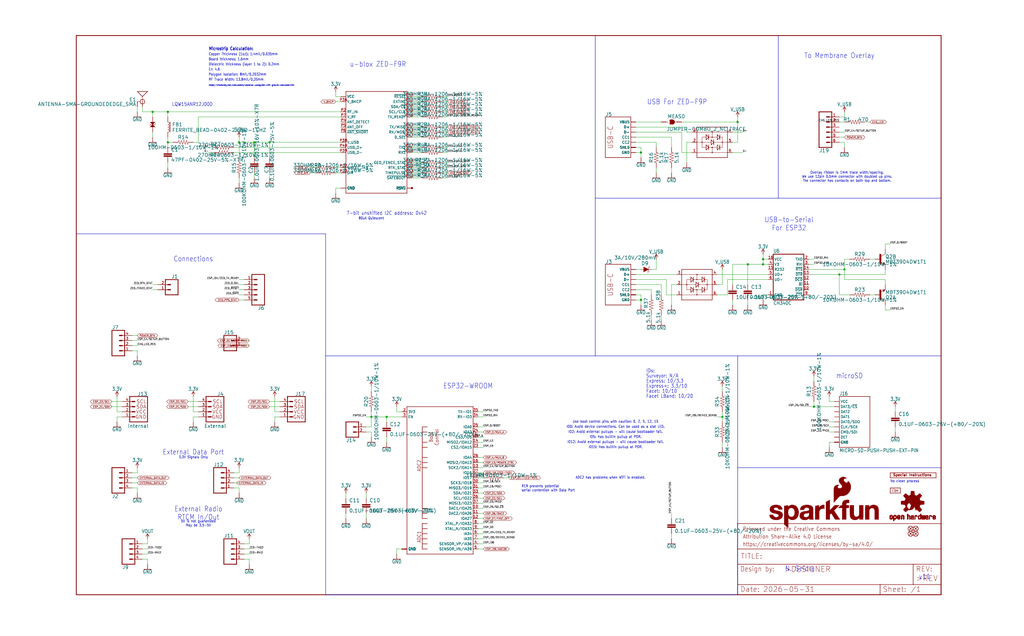
<source format=kicad_sch>
(kicad_sch (version 20230121) (generator eeschema)
  (paper "User" 511.277 317.906)
  (lib_symbols
    (symbol "working-eagle-import:0.1UF-0603-25V-(+80/-20%)"
      (property "Reference" "C" (at 1.524 2.921 0))
      (symbol "0.1UF-0603-25V-(+80/-20%)_1_0"
        (pin passive line (at 0 5.08 270) (length 2.54) (name "1") (number "1"))
        (pin passive line (at 0 -2.54 90) (length 2.54) (name "2") (number "2"))
      )
    )
    (symbol "working-eagle-import:0.1UF-0603-25V-5%"
      (property "Reference" "C" (at 1.524 2.921 0))
      (symbol "0.1UF-0603-25V-5%_1_0"
        (pin passive line (at 0 5.08 270) (length 2.54) (name "1") (number "1"))
        (pin passive line (at 0 -2.54 90) (length 2.54) (name "2") (number "2"))
      )
    )
    (symbol "working-eagle-import:1.0UF-0603-16V-10%-X7R"
      (property "Reference" "C" (at 1.524 2.921 0))
      (symbol "1.0UF-0603-16V-10%-X7R_1_0"
        (pin passive line (at 0 5.08 270) (length 2.54) (name "1") (number "1"))
        (pin passive line (at 0 -2.54 90) (length 2.54) (name "2") (number "2"))
      )
    )
    (symbol "working-eagle-import:100KOHM-0603-1/10W-1%"
      (property "Reference" "R" (at 0 1.524 0))
      (symbol "100KOHM-0603-1/10W-1%_1_0"
        (pin passive line (at -5.08 0 0) (length 2.54) (name "1") (number "1"))
        (pin passive line (at 5.08 0 180) (length 2.54) (name "2") (number "2"))
      )
    )
    (symbol "working-eagle-import:10KOHM-0603-1/10W-1%"
      (property "Reference" "R" (at 0 1.524 0))
      (symbol "10KOHM-0603-1/10W-1%_1_0"
        (pin passive line (at -5.08 0 0) (length 2.54) (name "1") (number "1"))
        (pin passive line (at 5.08 0 180) (length 2.54) (name "2") (number "2"))
      )
    )
    (symbol "working-eagle-import:10OHM-0603-1/10W-1%"
      (property "Reference" "R" (at 0 1.524 0))
      (symbol "10OHM-0603-1/10W-1%_1_0"
        (pin passive line (at -5.08 0 0) (length 2.54) (name "1") (number "1"))
        (pin passive line (at 5.08 0 180) (length 2.54) (name "2") (number "2"))
      )
    )
    (symbol "working-eagle-import:10UF-0603-6.3V-20%"
      (property "Reference" "C" (at 1.524 2.921 0))
      (symbol "10UF-0603-6.3V-20%_1_0"
        (pin passive line (at 0 5.08 270) (length 2.54) (name "1") (number "1"))
        (pin passive line (at 0 -2.54 90) (length 2.54) (name "2") (number "2"))
      )
    )
    (symbol "working-eagle-import:1KOHM-0603-1/10W-1%"
      (property "Reference" "R" (at 0 1.524 0))
      (symbol "1KOHM-0603-1/10W-1%_1_0"
        (pin passive line (at -5.08 0 0) (length 2.54) (name "1") (number "1"))
        (pin passive line (at 5.08 0 180) (length 2.54) (name "2") (number "2"))
      )
    )
    (symbol "working-eagle-import:27OHM-0603-1/10W-1%"
      (property "Reference" "R" (at 0 1.524 0))
      (symbol "27OHM-0603-1/10W-1%_1_0"
        (pin passive line (at -5.08 0 0) (length 2.54) (name "1") (number "1"))
        (pin passive line (at 5.08 0 180) (length 2.54) (name "2") (number "2"))
      )
    )
    (symbol "working-eagle-import:3.3KOHM-0603-1/10W-1%"
      (property "Reference" "R" (at 0 1.524 0))
      (symbol "3.3KOHM-0603-1/10W-1%_1_0"
        (pin passive line (at -5.08 0 0) (length 2.54) (name "1") (number "1"))
        (pin passive line (at 5.08 0 180) (length 2.54) (name "2") (number "2"))
      )
    )
    (symbol "working-eagle-import:3.3V" (power)
      (property "Value" "3.3V" (at 0 2.794 0))
      (symbol "3.3V_1_0"
        (pin power_in line (at 0 0 90) (length 2.54) (name "3.3V") (number "1"))
      )
    )
    (symbol "working-eagle-import:33OHM_RA-1206-1/16W-5%"
      (property "Reference" "R" (at 0 1.524 0))
      (symbol "33OHM_RA-1206-1/16W-5%_1_0"
        (pin passive line (at -5.08 0 0) (length 2.54) (name "1") (number "P1"))
        (pin passive line (at 5.08 0 180) (length 2.54) (name "2") (number "P8"))
      )
      (symbol "33OHM_RA-1206-1/16W-5%_2_0"
        (pin passive line (at -5.08 0 0) (length 2.54) (name "1") (number "P2"))
        (pin passive line (at 5.08 0 180) (length 2.54) (name "2") (number "P7"))
      )
      (symbol "33OHM_RA-1206-1/16W-5%_3_0"
        (pin passive line (at -5.08 0 0) (length 2.54) (name "1") (number "P3"))
        (pin passive line (at 5.08 0 180) (length 2.54) (name "2") (number "P6"))
      )
      (symbol "33OHM_RA-1206-1/16W-5%_4_0"
        (pin passive line (at -5.08 0 0) (length 2.54) (name "1") (number "P4"))
        (pin passive line (at 5.08 0 180) (length 2.54) (name "2") (number "P5"))
      )
    )
    (symbol "working-eagle-import:470OHM-0603-1/10W-1%"
      (property "Reference" "R" (at 0 1.524 0))
      (symbol "470OHM-0603-1/10W-1%_1_0"
        (pin passive line (at -5.08 0 0) (length 2.54) (name "1") (number "1"))
        (pin passive line (at 5.08 0 180) (length 2.54) (name "2") (number "2"))
      )
    )
    (symbol "working-eagle-import:47PF-0402-25V-5%-X7R"
      (property "Reference" "C" (at 1.524 2.921 0))
      (symbol "47PF-0402-25V-5%-X7R_1_0"
        (pin passive line (at 0 5.08 270) (length 2.54) (name "1") (number "1"))
        (pin passive line (at 0 -2.54 90) (length 2.54) (name "2") (number "2"))
      )
    )
    (symbol "working-eagle-import:5.1KOHM5.1KOHM-0603-1/10W-1%"
      (property "Reference" "R" (at 0 1.524 0))
      (symbol "5.1KOHM5.1KOHM-0603-1/10W-1%_1_0"
        (pin passive line (at -5.08 0 0) (length 2.54) (name "1") (number "1"))
        (pin passive line (at 5.08 0 180) (length 2.54) (name "2") (number "2"))
      )
    )
    (symbol "working-eagle-import:ANTENNA-SMA-GROUNDEDEDGE_SMA"
      (property "Reference" "E" (at 3.048 0 0))
      (symbol "ANTENNA-SMA-GROUNDEDEDGE_SMA_1_0"
        (pin bidirectional line (at 2.54 -2.54 90) (length 2.54) (name "GND") (number "GND@0"))
        (pin bidirectional line (at 2.54 -2.54 90) (length 2.54) (name "GND") (number "GND@1"))
        (pin bidirectional line (at 2.54 -2.54 90) (length 2.54) (name "GND") (number "GND@2"))
        (pin bidirectional line (at 2.54 -2.54 90) (length 2.54) (name "GND") (number "GND@3"))
        (pin bidirectional line (at 0 -2.54 90) (length 2.54) (name "SIGNAL") (number "SIG"))
      )
    )
    (symbol "working-eagle-import:CH340C"
      (property "Reference" "U" (at -7.62 10.795 0))
      (symbol "CH340C_1_0"
        (pin bidirectional line (at -10.16 -10.16 0) (length 2.54) (name "GND") (number "1"))
        (pin bidirectional line (at 10.16 -7.62 180) (length 2.54) (name "~{DSR}") (number "10"))
        (pin bidirectional line (at 10.16 -5.08 180) (length 2.54) (name "~{RI}") (number "11"))
        (pin bidirectional line (at 10.16 -2.54 180) (length 2.54) (name "~{DCD}") (number "12"))
        (pin bidirectional line (at 10.16 0 180) (length 2.54) (name "~{DTR}") (number "13"))
        (pin bidirectional line (at 10.16 2.54 180) (length 2.54) (name "~{RTS}") (number "14"))
        (pin bidirectional line (at -10.16 2.54 0) (length 2.54) (name "R232") (number "15"))
        (pin bidirectional line (at -10.16 7.62 0) (length 2.54) (name "VCC") (number "16"))
        (pin bidirectional line (at 10.16 7.62 180) (length 2.54) (name "TXO") (number "2"))
        (pin bidirectional line (at 10.16 5.08 180) (length 2.54) (name "RXI") (number "3"))
        (pin bidirectional line (at -10.16 5.08 0) (length 2.54) (name "V3") (number "4"))
        (pin bidirectional line (at -10.16 0 0) (length 2.54) (name "UD+") (number "5"))
        (pin bidirectional line (at -10.16 -2.54 0) (length 2.54) (name "UD-") (number "6"))
        (pin bidirectional line (at 10.16 -10.16 180) (length 2.54) (name "~{CTS}") (number "9"))
      )
    )
    (symbol "working-eagle-import:CONN_021X02_NO_SILK"
      (property "Reference" "J" (at -2.54 5.588 0))
      (symbol "CONN_021X02_NO_SILK_1_0"
        (pin passive line (at 7.62 0 180) (length 5.08) (name "1") (number "1"))
        (pin passive line (at 7.62 2.54 180) (length 5.08) (name "2") (number "2"))
      )
    )
    (symbol "working-eagle-import:CONN_041X04_NO_SILK_NO_POP"
      (property "Reference" "J" (at -5.08 8.128 0))
      (symbol "CONN_041X04_NO_SILK_NO_POP_1_0"
        (pin passive line (at 5.08 -2.54 180) (length 5.08) (name "1") (number "1"))
        (pin passive line (at 5.08 0 180) (length 5.08) (name "2") (number "2"))
        (pin passive line (at 5.08 2.54 180) (length 5.08) (name "3") (number "3"))
        (pin passive line (at 5.08 5.08 180) (length 5.08) (name "4") (number "4"))
      )
    )
    (symbol "working-eagle-import:CONN_04JST-SMD-LOCKING"
      (property "Reference" "J" (at -5.08 8.128 0))
      (symbol "CONN_04JST-SMD-LOCKING_1_0"
        (pin passive line (at 5.08 -2.54 180) (length 5.08) (name "1") (number "1"))
        (pin passive line (at 5.08 0 180) (length 5.08) (name "2") (number "2"))
        (pin passive line (at 5.08 2.54 180) (length 5.08) (name "3") (number "3"))
        (pin passive line (at 5.08 5.08 180) (length 5.08) (name "4") (number "4"))
      )
    )
    (symbol "working-eagle-import:CONN_05NO_SILK"
      (property "Reference" "J" (at -2.54 8.128 0))
      (symbol "CONN_05NO_SILK_1_0"
        (pin passive line (at 7.62 -5.08 180) (length 5.08) (name "1") (number "1"))
        (pin passive line (at 7.62 -2.54 180) (length 5.08) (name "2") (number "2"))
        (pin passive line (at 7.62 0 180) (length 5.08) (name "3") (number "3"))
        (pin passive line (at 7.62 2.54 180) (length 5.08) (name "4") (number "4"))
        (pin passive line (at 7.62 5.08 180) (length 5.08) (name "5") (number "5"))
      )
    )
    (symbol "working-eagle-import:CONN_061MM-LIF"
      (property "Reference" "J" (at -5.08 10.668 0))
      (symbol "CONN_061MM-LIF_1_0"
        (pin passive line (at 5.08 -5.08 180) (length 5.08) (name "1") (number "1"))
        (pin passive line (at 5.08 -2.54 180) (length 5.08) (name "2") (number "2"))
        (pin passive line (at 5.08 0 180) (length 5.08) (name "3") (number "3"))
        (pin passive line (at 5.08 2.54 180) (length 5.08) (name "4") (number "4"))
        (pin passive line (at 5.08 5.08 180) (length 5.08) (name "5") (number "5"))
        (pin passive line (at 5.08 7.62 180) (length 5.08) (name "6") (number "6"))
      )
    )
    (symbol "working-eagle-import:DIODE-SCHOTTKY-BAT60A"
      (property "Reference" "D" (at -2.54 2.032 0))
      (symbol "DIODE-SCHOTTKY-BAT60A_1_0"
        (pin passive line (at -2.54 0 0) (length 0) (name "A") (number "A"))
        (pin passive line (at 2.54 0 180) (length 0) (name "C") (number "C"))
      )
    )
    (symbol "working-eagle-import:ESP-WROOM-3232D"
      (symbol "ESP-WROOM-3232D_1_0"
        (text "ADC1" (at -11.684 -26.924 900) (effects (font (size 1.778 1.5113))))
        (text "ADC2" (at -11.684 8.636 900) (effects (font (size 1.778 1.5113))))
        (text "Boot\nControl" (at -4.318 22.86 900) (effects (font (size 1.778 1.5113))))
        (pin bidirectional line (at -20.32 -33.02 0) (length 2.54) (name "GND") (number "1"))
        (pin bidirectional line (at 17.78 -12.7 180) (length 2.54) (name "DAC1/IOA25") (number "10"))
        (pin bidirectional line (at 17.78 -15.24 180) (length 2.54) (name "DAC2/IOA26") (number "11"))
        (pin bidirectional line (at 17.78 -17.78 180) (length 2.54) (name "IOA27") (number "12"))
        (pin bidirectional line (at 17.78 7.62 180) (length 2.54) (name "SCK2/IOA14") (number "13"))
        (pin bidirectional line (at 17.78 20.32 180) (length 2.54) (name "MISO2/IOA12") (number "14"))
        (pin bidirectional line (at -20.32 -33.02 0) (length 2.54) (name "GND") (number "15"))
        (pin bidirectional line (at 17.78 10.16 180) (length 2.54) (name "MOSI2/IOA13") (number "16"))
        (pin bidirectional line (at -20.32 35.56 0) (length 2.54) (name "3V3") (number "2"))
        (pin bidirectional line (at 17.78 17.78 180) (length 2.54) (name "CS2/IOA15") (number "23"))
        (pin bidirectional line (at 17.78 25.4 180) (length 2.54) (name "IOA2") (number "24"))
        (pin bidirectional line (at 17.78 27.94 180) (length 2.54) (name "IOA0") (number "25"))
        (pin bidirectional line (at 17.78 12.7 180) (length 2.54) (name "IOA4") (number "26"))
        (pin bidirectional line (at 17.78 5.08 180) (length 2.54) (name "IO16") (number "27"))
        (pin bidirectional line (at 17.78 2.54 180) (length 2.54) (name "IO17") (number "28"))
        (pin bidirectional line (at 17.78 22.86 180) (length 2.54) (name "CS3/IO5") (number "29"))
        (pin bidirectional line (at -20.32 33.02 0) (length 2.54) (name "EN") (number "3"))
        (pin bidirectional line (at 17.78 0 180) (length 2.54) (name "SCK3/IO18") (number "30"))
        (pin bidirectional line (at 17.78 -2.54 180) (length 2.54) (name "MISO3/IO19") (number "31"))
        (pin bidirectional line (at 17.78 -5.08 180) (length 2.54) (name "SDA/IO21") (number "33"))
        (pin bidirectional line (at 17.78 33.02 180) (length 2.54) (name "RX-IO3") (number "34"))
        (pin bidirectional line (at 17.78 35.56 180) (length 2.54) (name "TX-IO1") (number "35"))
        (pin bidirectional line (at 17.78 -7.62 180) (length 2.54) (name "SCL/IO22") (number "36"))
        (pin bidirectional line (at 17.78 -10.16 180) (length 2.54) (name "MOSI3/IO23") (number "37"))
        (pin bidirectional line (at -20.32 -33.02 0) (length 2.54) (name "GND") (number "38"))
        (pin bidirectional line (at 17.78 -30.48 180) (length 2.54) (name "SENSOR_VP/IA36") (number "4"))
        (pin bidirectional line (at 17.78 -33.02 180) (length 2.54) (name "SENSOR_VN/IA39") (number "5"))
        (pin bidirectional line (at 17.78 -25.4 180) (length 2.54) (name "IA34") (number "6"))
        (pin bidirectional line (at 17.78 -27.94 180) (length 2.54) (name "IA35") (number "7"))
        (pin bidirectional line (at 17.78 -20.32 180) (length 2.54) (name "XTAL_P/IOA32") (number "8"))
        (pin bidirectional line (at 17.78 -22.86 180) (length 2.54) (name "XTAL_N/IOA33") (number "9"))
        (pin bidirectional line (at -20.32 -33.02 0) (length 2.54) (name "GND") (number "GND"))
        (pin bidirectional line (at -20.32 -33.02 0) (length 2.54) (name "GND") (number "GNDT1"))
        (pin bidirectional line (at -20.32 -33.02 0) (length 2.54) (name "GND") (number "GNDT2"))
        (pin bidirectional line (at -20.32 -33.02 0) (length 2.54) (name "GND") (number "GNDT3"))
        (pin bidirectional line (at -20.32 -33.02 0) (length 2.54) (name "GND") (number "GNDT4"))
        (pin bidirectional line (at -20.32 -33.02 0) (length 2.54) (name "GND") (number "GNDT5"))
        (pin bidirectional line (at -20.32 -33.02 0) (length 2.54) (name "GND") (number "GNDT6"))
        (pin bidirectional line (at -20.32 -33.02 0) (length 2.54) (name "GND") (number "GNDT7"))
        (pin bidirectional line (at -20.32 -33.02 0) (length 2.54) (name "GND") (number "GNDT8"))
      )
    )
    (symbol "working-eagle-import:FERRITE_BEAD-0402-2.66Ω-1GHZ"
      (property "Reference" "FB" (at 1.27 2.54 0))
      (symbol "FERRITE_BEAD-0402-2.66Ω-1GHZ_1_0"
        (pin passive line (at 0 5.08 270) (length 2.54) (name "1") (number "1"))
        (pin passive line (at 0 -5.08 90) (length 2.54) (name "2") (number "2"))
      )
    )
    (symbol "working-eagle-import:FIDUCIALUFIDUCIAL")
    (symbol "working-eagle-import:FRAME-LEDGER"
      (symbol "FRAME-LEDGER_2_0"
        (text "${#}/${##}" (at 86.36 1.27 0) (effects (font (size 2.54 2.54)) (justify left bottom)))
        (text "${CURRENT_DATE}" (at 12.7 1.27 0) (effects (font (size 2.54 2.54)) (justify left bottom)))
        (text "${PROJECTNAME}" (at 15.494 17.78 0) (effects (font (size 2.7432 2.7432)) (justify left bottom)))
        (text ">DESIGNER" (at 23.114 11.176 0) (effects (font (size 2.7432 2.7432)) (justify left bottom)))
        (text ">REV" (at 88.9 6.604 0) (effects (font (size 2.7432 2.7432)) (justify left bottom)))
        (text "Attribution Share-Alike 4.0 License" (at 2.54 27.94 0) (effects (font (size 1.9304 1.6408)) (justify left bottom)))
        (text "Date:" (at 1.27 1.27 0) (effects (font (size 2.54 2.54)) (justify left bottom)))
        (text "Design by:" (at 1.27 11.43 0) (effects (font (size 2.54 2.159)) (justify left bottom)))
        (text "https://creativecommons.org/licenses/by-sa/4.0/" (at 2.54 24.13 0) (effects (font (size 1.9304 1.6408)) (justify left bottom)))
        (text "Released under the Creative Commons" (at 2.54 31.75 0) (effects (font (size 1.9304 1.6408)) (justify left bottom)))
        (text "REV:" (at 88.9 11.43 0) (effects (font (size 2.54 2.54)) (justify left bottom)))
        (text "Sheet:" (at 72.39 1.27 0) (effects (font (size 2.54 2.54)) (justify left bottom)))
        (text "TITLE:" (at 1.524 17.78 0) (effects (font (size 2.54 2.54)) (justify left bottom)))
      )
    )
    (symbol "working-eagle-import:GND" (power)
      (property "Value" "GND" (at 0 -0.254 0))
      (symbol "GND_1_0"
        (pin power_in line (at 0 2.54 270) (length 2.54) (name "GND") (number "1"))
      )
    )
    (symbol "working-eagle-import:I2C_STANDARDQWIIC"
      (property "Reference" "J" (at -5.08 7.874 0))
      (symbol "I2C_STANDARDQWIIC_1_0"
        (text "GND" (at -4.572 -2.54 0) (effects (font (size 1.778 1.778)) (justify left)))
        (text "SCL" (at -4.572 5.08 0) (effects (font (size 1.778 1.778)) (justify left)))
        (text "SDA" (at -4.572 2.54 0) (effects (font (size 1.778 1.778)) (justify left)))
        (text "VCC" (at -4.572 0 0) (effects (font (size 1.778 1.778)) (justify left)))
        (pin power_in line (at 7.62 -2.54 180) (length 5.08) (name "1") (number "1"))
        (pin power_in line (at 7.62 0 180) (length 5.08) (name "2") (number "2"))
        (pin passive line (at 7.62 2.54 180) (length 5.08) (name "3") (number "3"))
        (pin passive line (at 7.62 5.08 180) (length 5.08) (name "4") (number "4"))
      )
    )
    (symbol "working-eagle-import:I2C_STANDARD_NO_SILK"
      (property "Reference" "J" (at -5.08 7.874 0))
      (symbol "I2C_STANDARD_NO_SILK_1_0"
        (text "GND" (at -4.572 -2.54 0) (effects (font (size 1.778 1.778)) (justify left)))
        (text "SCL" (at -4.572 5.08 0) (effects (font (size 1.778 1.778)) (justify left)))
        (text "SDA" (at -4.572 2.54 0) (effects (font (size 1.778 1.778)) (justify left)))
        (text "VCC" (at -4.572 0 0) (effects (font (size 1.778 1.778)) (justify left)))
        (pin power_in line (at 7.62 -2.54 180) (length 5.08) (name "1") (number "1"))
        (pin power_in line (at 7.62 0 180) (length 5.08) (name "2") (number "2"))
        (pin passive line (at 7.62 2.54 180) (length 5.08) (name "3") (number "3"))
        (pin passive line (at 7.62 5.08 180) (length 5.08) (name "4") (number "4"))
      )
    )
    (symbol "working-eagle-import:JUMPER-COMBO_2_NC_TRACE"
      (property "Reference" "JP" (at 0 2.794 0))
      (symbol "JUMPER-COMBO_2_NC_TRACE_1_0"
        (pin passive line (at -5.08 0 0) (length 2.54) (name "1") (number "1"))
        (pin passive line (at 5.08 0 180) (length 2.54) (name "2") (number "2"))
        (pin passive line (at -5.08 0 0) (length 2.54) (name "1") (number "3"))
        (pin passive line (at 5.08 0 180) (length 2.54) (name "2") (number "4"))
      )
    )
    (symbol "working-eagle-import:LIPO-OUTLINE1000"
      (symbol "LIPO-OUTLINE1000_1_0"
        (text "Lipo" (at 0.635 0.635 0) (effects (font (size 1.27 1.0795)) (justify left bottom)))
      )
    )
    (symbol "working-eagle-import:MICRO-SD-PUSH-PUSH-EXT-PIN"
      (property "Reference" "J" (at -5.08 13.208 0))
      (symbol "MICRO-SD-PUSH-PUSH-EXT-PIN_1_0"
        (pin bidirectional line (at -7.62 5.08 0) (length 2.54) (name "DAT2") (number "1"))
        (pin bidirectional line (at -7.62 -10.16 0) (length 2.54) (name "GND") (number "10"))
        (pin bidirectional line (at -7.62 -10.16 0) (length 2.54) (name "GND") (number "11"))
        (pin bidirectional line (at -7.62 -10.16 0) (length 2.54) (name "GND") (number "12"))
        (pin bidirectional line (at -7.62 -10.16 0) (length 2.54) (name "GND") (number "13"))
        (pin bidirectional line (at -7.62 7.62 0) (length 2.54) (name "DAT3/~{CS}") (number "2"))
        (pin bidirectional line (at -7.62 -5.08 0) (length 2.54) (name "CMD/SDI") (number "3"))
        (pin bidirectional line (at -7.62 10.16 0) (length 2.54) (name "VCC") (number "4"))
        (pin bidirectional line (at -7.62 -2.54 0) (length 2.54) (name "CLK/SCK") (number "5"))
        (pin bidirectional line (at -7.62 -10.16 0) (length 2.54) (name "GND") (number "6"))
        (pin bidirectional line (at -7.62 0 0) (length 2.54) (name "DAT0/SDO") (number "7"))
        (pin bidirectional line (at -7.62 2.54 0) (length 2.54) (name "DAT1") (number "8"))
        (pin bidirectional line (at -7.62 -7.62 0) (length 2.54) (name "DET") (number "9"))
      )
    )
    (symbol "working-eagle-import:OSHW-LOGOMINI")
    (symbol "working-eagle-import:PESD0402-0402"
      (symbol "PESD0402-0402_1_0"
        (pin bidirectional line (at -2.54 0 0) (length 2.54) (name "1") (number "1"))
        (pin bidirectional line (at 5.08 0 180) (length 2.54) (name "2") (number "2"))
      )
    )
    (symbol "working-eagle-import:PRTR5V0U2F"
      (symbol "PRTR5V0U2F_1_0"
        (pin bidirectional line (at -10.16 5.08 0) (length 2.54) (name "1") (number "1"))
        (pin power_in line (at -10.16 0 0) (length 2.54) (name "2") (number "2"))
        (pin bidirectional line (at -10.16 -5.08 0) (length 2.54) (name "3") (number "3"))
        (pin bidirectional line (at 10.16 -5.08 180) (length 2.54) (name "4") (number "4"))
        (pin power_in line (at 10.16 0 180) (length 2.54) (name "5") (number "5"))
        (pin bidirectional line (at 10.16 5.08 180) (length 2.54) (name "6") (number "6"))
      )
    )
    (symbol "working-eagle-import:SFE_LOGO_NAME_FLAME.1_INCH")
    (symbol "working-eagle-import:SPECIAL_INSTRUCTIONS-ORDERING"
      (symbol "SPECIAL_INSTRUCTIONS-ORDERING_1_0"
        (text "Special Instructions" (at 1.27 0.6985 0) (effects (font (size 1.27 1.27) (thickness 0.254) bold) (justify left bottom)))
      )
    )
    (symbol "working-eagle-import:TRANS_NPN_DUAL-MBT3904DW1T1"
      (property "Reference" "Q" (at 2.54 0 0))
      (symbol "TRANS_NPN_DUAL-MBT3904DW1T1_1_0"
        (pin passive line (at 2.54 5.08 270) (length 2.54) (name "C") (number "3"))
        (pin passive line (at 2.54 -5.08 90) (length 2.54) (name "E") (number "4"))
        (pin passive line (at -2.54 0 0) (length 2.54) (name "B") (number "5"))
      )
      (symbol "TRANS_NPN_DUAL-MBT3904DW1T1_2_0"
        (pin passive line (at 2.54 -5.08 90) (length 2.54) (name "E") (number "1"))
        (pin passive line (at -2.54 0 0) (length 2.54) (name "B") (number "2"))
        (pin passive line (at 2.54 5.08 270) (length 2.54) (name "C") (number "6"))
      )
    )
    (symbol "working-eagle-import:U-BLOX_ZED_F9R"
      (symbol "U-BLOX_ZED_F9R_1_0"
        (pin power_in line (at -17.78 -22.86 0) (length 2.54) (name "GND") (number "G1"))
        (pin power_in line (at -17.78 -22.86 0) (length 2.54) (name "GND") (number "G10"))
        (pin power_in line (at -17.78 -22.86 0) (length 2.54) (name "GND") (number "G11"))
        (pin power_in line (at -17.78 -22.86 0) (length 2.54) (name "GND") (number "G12"))
        (pin power_in line (at -17.78 -22.86 0) (length 2.54) (name "GND") (number "G13"))
        (pin power_in line (at -17.78 -22.86 0) (length 2.54) (name "GND") (number "G14"))
        (pin power_in line (at -17.78 -22.86 0) (length 2.54) (name "GND") (number "G15"))
        (pin power_in line (at -17.78 -22.86 0) (length 2.54) (name "GND") (number "G16"))
        (pin power_in line (at -17.78 -22.86 0) (length 2.54) (name "GND") (number "G17"))
        (pin power_in line (at -17.78 -22.86 0) (length 2.54) (name "GND") (number "G18"))
        (pin power_in line (at -17.78 -22.86 0) (length 2.54) (name "GND") (number "G19"))
        (pin power_in line (at -17.78 -22.86 0) (length 2.54) (name "GND") (number "G2"))
        (pin power_in line (at -17.78 -22.86 0) (length 2.54) (name "GND") (number "G20"))
        (pin power_in line (at -17.78 -22.86 0) (length 2.54) (name "GND") (number "G21"))
        (pin power_in line (at -17.78 -22.86 0) (length 2.54) (name "GND") (number "G22"))
        (pin power_in line (at -17.78 -22.86 0) (length 2.54) (name "GND") (number "G23"))
        (pin power_in line (at -17.78 -22.86 0) (length 2.54) (name "GND") (number "G24"))
        (pin power_in line (at -17.78 -22.86 0) (length 2.54) (name "GND") (number "G25"))
        (pin power_in line (at -17.78 -22.86 0) (length 2.54) (name "GND") (number "G26"))
        (pin power_in line (at -17.78 -22.86 0) (length 2.54) (name "GND") (number "G27"))
        (pin power_in line (at -17.78 -22.86 0) (length 2.54) (name "GND") (number "G28"))
        (pin power_in line (at -17.78 -22.86 0) (length 2.54) (name "GND") (number "G29"))
        (pin power_in line (at -17.78 -22.86 0) (length 2.54) (name "GND") (number "G3"))
        (pin power_in line (at -17.78 -22.86 0) (length 2.54) (name "GND") (number "G30"))
        (pin power_in line (at -17.78 -22.86 0) (length 2.54) (name "GND") (number "G31"))
        (pin power_in line (at -17.78 -22.86 0) (length 2.54) (name "GND") (number "G32"))
        (pin power_in line (at -17.78 -22.86 0) (length 2.54) (name "GND") (number "G33"))
        (pin power_in line (at -17.78 -22.86 0) (length 2.54) (name "GND") (number "G34"))
        (pin power_in line (at -17.78 -22.86 0) (length 2.54) (name "GND") (number "G35"))
        (pin power_in line (at -17.78 -22.86 0) (length 2.54) (name "GND") (number "G36"))
        (pin power_in line (at -17.78 -22.86 0) (length 2.54) (name "GND") (number "G37"))
        (pin power_in line (at -17.78 -22.86 0) (length 2.54) (name "GND") (number "G38"))
        (pin power_in line (at -17.78 -22.86 0) (length 2.54) (name "GND") (number "G39"))
        (pin power_in line (at -17.78 -22.86 0) (length 2.54) (name "GND") (number "G4"))
        (pin power_in line (at -17.78 -22.86 0) (length 2.54) (name "GND") (number "G40"))
        (pin power_in line (at -17.78 -22.86 0) (length 2.54) (name "GND") (number "G41"))
        (pin power_in line (at -17.78 -22.86 0) (length 2.54) (name "GND") (number "G42"))
        (pin power_in line (at -17.78 -22.86 0) (length 2.54) (name "GND") (number "G43"))
        (pin power_in line (at -17.78 -22.86 0) (length 2.54) (name "GND") (number "G44"))
        (pin power_in line (at -17.78 -22.86 0) (length 2.54) (name "GND") (number "G45"))
        (pin power_in line (at -17.78 -22.86 0) (length 2.54) (name "GND") (number "G46"))
        (pin power_in line (at -17.78 -22.86 0) (length 2.54) (name "GND") (number "G47"))
        (pin power_in line (at -17.78 -22.86 0) (length 2.54) (name "GND") (number "G48"))
        (pin power_in line (at -17.78 -22.86 0) (length 2.54) (name "GND") (number "G5"))
        (pin power_in line (at -17.78 -22.86 0) (length 2.54) (name "GND") (number "G6"))
        (pin power_in line (at -17.78 -22.86 0) (length 2.54) (name "GND") (number "G7"))
        (pin power_in line (at -17.78 -22.86 0) (length 2.54) (name "GND") (number "G8"))
        (pin power_in line (at -17.78 -22.86 0) (length 2.54) (name "GND") (number "G9"))
        (pin power_in line (at -17.78 -22.86 0) (length 2.54) (name "GND") (number "P1"))
        (pin no_connect line (at 17.78 -22.86 180) (length 2.54) (name "RSVD") (number "P10"))
        (pin no_connect line (at 17.78 -22.86 180) (length 2.54) (name "RSVD") (number "P11"))
        (pin power_in line (at -17.78 -22.86 0) (length 2.54) (name "GND") (number "P12"))
        (pin no_connect line (at 17.78 -22.86 180) (length 2.54) (name "RSVD") (number "P13"))
        (pin power_in line (at -17.78 -22.86 0) (length 2.54) (name "GND") (number "P14"))
        (pin no_connect line (at 17.78 -22.86 180) (length 2.54) (name "RSVD") (number "P15"))
        (pin no_connect line (at 17.78 -22.86 180) (length 2.54) (name "RSVD") (number "P16"))
        (pin no_connect line (at 17.78 -22.86 180) (length 2.54) (name "RSVD") (number "P17"))
        (pin no_connect line (at 17.78 -22.86 180) (length 2.54) (name "RSVD") (number "P18"))
        (pin output line (at 17.78 -10.16 180) (length 2.54) (name "GEO_FENCE_STAT") (number "P19"))
        (pin input line (at -17.78 15.24 0) (length 2.54) (name "RF_IN") (number "P2"))
        (pin output line (at 17.78 -12.7 180) (length 2.54) (name "RTK_STAT") (number "P20"))
        (pin no_connect line (at 17.78 -22.86 180) (length 2.54) (name "RSVD") (number "P21"))
        (pin input line (at -17.78 -12.7 0) (length 2.54) (name "WHEEL_TKS") (number "P22"))
        (pin input line (at -17.78 -15.24 0) (length 2.54) (name "DIR") (number "P23"))
        (pin no_connect line (at 17.78 -22.86 180) (length 2.54) (name "RSVD") (number "P24"))
        (pin no_connect line (at 17.78 -22.86 180) (length 2.54) (name "RSVD") (number "P25"))
        (pin input line (at 17.78 -5.08 180) (length 2.54) (name "RX2") (number "P26"))
        (pin output line (at 17.78 -2.54 180) (length 2.54) (name "TX2") (number "P27"))
        (pin no_connect line (at 17.78 -22.86 180) (length 2.54) (name "RSVD") (number "P28"))
        (pin no_connect line (at 17.78 -22.86 180) (length 2.54) (name "RSVD") (number "P29"))
        (pin power_in line (at -17.78 -22.86 0) (length 2.54) (name "GND") (number "P3"))
        (pin no_connect line (at 17.78 -22.86 180) (length 2.54) (name "RSVD") (number "P30"))
        (pin no_connect line (at 17.78 -22.86 180) (length 2.54) (name "RSVD") (number "P31"))
        (pin power_in line (at -17.78 -22.86 0) (length 2.54) (name "GND") (number "P32"))
        (pin power_in line (at -17.78 22.86 0) (length 2.54) (name "VCC") (number "P33"))
        (pin power_in line (at -17.78 22.86 0) (length 2.54) (name "VCC") (number "P34"))
        (pin no_connect line (at 17.78 -22.86 180) (length 2.54) (name "RSVD") (number "P35"))
        (pin power_in line (at -17.78 20.32 0) (length 2.54) (name "V_BKCP") (number "P36"))
        (pin power_in line (at -17.78 -22.86 0) (length 2.54) (name "GND") (number "P37"))
        (pin power_in line (at -17.78 0 0) (length 2.54) (name "V_USB") (number "P38"))
        (pin bidirectional line (at -17.78 -5.08 0) (length 2.54) (name "USB_D-") (number "P39"))
        (pin input line (at -17.78 10.16 0) (length 2.54) (name "ANT_DETECT") (number "P4"))
        (pin bidirectional line (at -17.78 -2.54 0) (length 2.54) (name "USB_D+") (number "P40"))
        (pin power_in line (at -17.78 -22.86 0) (length 2.54) (name "GND") (number "P41"))
        (pin bidirectional line (at 17.78 7.62 180) (length 2.54) (name "TX/MISO") (number "P42"))
        (pin bidirectional line (at 17.78 5.08 180) (length 2.54) (name "RX/MOSI") (number "P43"))
        (pin bidirectional line (at 17.78 17.78 180) (length 2.54) (name "SDA/~{CS}") (number "P44"))
        (pin bidirectional line (at 17.78 15.24 180) (length 2.54) (name "SCL/CLK") (number "P45"))
        (pin bidirectional line (at 17.78 12.7 180) (length 2.54) (name "TX_READY") (number "P46"))
        (pin bidirectional line (at 17.78 2.54 180) (length 2.54) (name "D_SEL") (number "P47"))
        (pin power_in line (at -17.78 -22.86 0) (length 2.54) (name "GND") (number "P48"))
        (pin bidirectional line (at 17.78 22.86 180) (length 2.54) (name "~{RESET}") (number "P49"))
        (pin output line (at -17.78 7.62 0) (length 2.54) (name "ANT_OFF") (number "P5"))
        (pin input line (at 17.78 -17.78 180) (length 2.54) (name "~{SAFEBOOT}") (number "P50"))
        (pin bidirectional line (at 17.78 20.32 180) (length 2.54) (name "EXTINT") (number "P51"))
        (pin no_connect line (at 17.78 -22.86 180) (length 2.54) (name "RSVD") (number "P52"))
        (pin output line (at 17.78 -15.24 180) (length 2.54) (name "TIMEPULSE") (number "P53"))
        (pin no_connect line (at 17.78 -22.86 180) (length 2.54) (name "RSVD") (number "P54"))
        (pin output line (at -17.78 5.08 0) (length 2.54) (name "~{ANT_SHORT}") (number "P6"))
        (pin output line (at -17.78 12.7 0) (length 2.54) (name "V_RF") (number "P7"))
        (pin no_connect line (at 17.78 -22.86 180) (length 2.54) (name "RSVD") (number "P8"))
        (pin no_connect line (at 17.78 -22.86 180) (length 2.54) (name "RSVD") (number "P9"))
      )
    )
    (symbol "working-eagle-import:USB_C_4-LAYER_PADS"
      (property "Reference" "J" (at -2.54 10.414 0))
      (symbol "USB_C_4-LAYER_PADS_1_0"
        (text "USB-C" (at 0 0 900) (effects (font (size 2.54 2.159))))
        (pin bidirectional line (at 12.7 0 180) (length 2.54) (name "CC1") (number "A5"))
        (pin bidirectional line (at 12.7 5.08 180) (length 2.54) (name "D+") (number "A6"))
        (pin bidirectional line (at 12.7 2.54 180) (length 2.54) (name "D-") (number "A7"))
        (pin bidirectional line (at 12.7 -2.54 180) (length 2.54) (name "CC2") (number "B5"))
        (pin bidirectional line (at 12.7 5.08 180) (length 2.54) (name "D+") (number "B6"))
        (pin bidirectional line (at 12.7 2.54 180) (length 2.54) (name "D-") (number "B7"))
        (pin bidirectional line (at 12.7 -7.62 180) (length 2.54) (name "GND") (number "GND"))
        (pin bidirectional line (at 12.7 -7.62 180) (length 2.54) (name "GND") (number "GND2"))
        (pin bidirectional line (at 12.7 -5.08 180) (length 2.54) (name "SHLD") (number "SHLD1"))
        (pin bidirectional line (at 12.7 -5.08 180) (length 2.54) (name "SHLD") (number "SHLD2"))
        (pin bidirectional line (at 12.7 -5.08 180) (length 2.54) (name "SHLD") (number "SHLD3"))
        (pin bidirectional line (at 12.7 -5.08 180) (length 2.54) (name "SHLD") (number "SHLD4"))
        (pin bidirectional line (at 12.7 7.62 180) (length 2.54) (name "VBUS") (number "VBUS1"))
        (pin bidirectional line (at 12.7 7.62 180) (length 2.54) (name "VBUS") (number "VBUS2"))
      )
    )
    (symbol "working-eagle-import:VOUT" (power)
      (property "Value" "VOUT" (at 0 2.794 0))
      (symbol "VOUT_1_0"
        (pin power_in line (at 0 0 90) (length 2.54) (name "VOUT") (number "1"))
      )
    )
    (symbol "working-eagle-import:V_USB" (power)
      (property "Value" "V_USB" (at 0 2.794 0))
      (symbol "V_USB_1_0"
        (pin power_in line (at 0 0 90) (length 2.54) (name "V_USB") (number "1"))
      )
    )
  )
  (junction (at 373.38 132.08))
  (junction (at 368.3 60.96))
  (junction (at 419.1 137.16))
  (junction (at 134.62 71.12))
  (junction (at 83.82 71.12))
  (junction (at 320.04 76.2))
  (junction (at 381 129.54))
  (junction (at 127 71.12))
  (junction (at 381 132.08))
  (junction (at 193.04 208.28))
  (junction (at 320.04 149.86))
  (junction (at 76.2 55.88))
  (junction (at 421.64 134.62))
  (junction (at 406.4 203.2))
  (junction (at 185.42 208.28))
  (junction (at 119.38 71.12))
  (junction (at 83.82 55.88))
  (junction (at 360.68 208.28))
  (wire (pts (xy 205.74 86.36) (xy 210.82 86.36)) (stroke (width 0.1524)))
  (wire (pts (xy 182.88 213.36) (xy 185.42 213.36)) (stroke (width 0.1524)))
  (wire (pts (xy 134.62 71.12) (xy 127 71.12)) (stroke (width 0.1524)))
  (wire (pts (xy 325.12 144.78) (xy 325.12 147.32)) (stroke (width 0.1524)))
  (wire (pts (xy 170.18 48.26) (xy 167.64 48.26)) (stroke (width 0.1524)))
  (wire (pts (xy 220.98 50.8) (xy 223.52 50.8)) (stroke (width 0.1524)))
  (wire (pts (xy 335.28 73.66) (xy 335.28 68.58)) (stroke (width 0.1524)))
  (wire (pts (xy 360.68 193.04) (xy 360.68 195.58)) (stroke (width 0.1524)))
  (wire (pts (xy 441.96 121.92) (xy 444.5 121.92)) (stroke (width 0.1524)))
  (wire (pts (xy 330.2 60.96) (xy 317.5 60.96)) (stroke (width 0.1524)))
  (wire (pts (xy 373.38 142.24) (xy 373.38 132.08)) (stroke (width 0.1524)))
  (wire (pts (xy 431.8 60.96) (xy 434.34 60.96)) (stroke (width 0.1524)))
  (wire (pts (xy 121.92 276.86) (xy 124.46 276.86)) (stroke (width 0.1524)))
  (polyline (pts (xy 162.56 116.84) (xy 162.56 177.8)) (stroke (width 0.2032) (type solid)))
  (wire (pts (xy 416.56 215.9) (xy 414.02 215.9)) (stroke (width 0.1524)))
  (wire (pts (xy 134.62 78.74) (xy 134.62 71.12)) (stroke (width 0.1524)))
  (wire (pts (xy 419.1 68.58) (xy 421.64 68.58)) (stroke (width 0.1524)))
  (wire (pts (xy 383.54 137.16) (xy 358.14 137.16)) (stroke (width 0.1524)))
  (wire (pts (xy 340.36 76.2) (xy 345.44 76.2)) (stroke (width 0.1524)))
  (wire (pts (xy 68.58 236.22) (xy 68.58 233.68)) (stroke (width 0.1524)))
  (wire (pts (xy 441.96 134.62) (xy 441.96 137.16)) (stroke (width 0.1524)))
  (wire (pts (xy 238.76 256.54) (xy 241.3 256.54)) (stroke (width 0.1524)))
  (wire (pts (xy 368.3 58.42) (xy 368.3 60.96)) (stroke (width 0.1524)))
  (wire (pts (xy 220.98 76.2) (xy 223.52 76.2)) (stroke (width 0.1524)))
  (wire (pts (xy 60.96 200.66) (xy 55.88 200.66)) (stroke (width 0.1524)))
  (wire (pts (xy 137.16 205.74) (xy 137.16 198.12)) (stroke (width 0.1524)))
  (wire (pts (xy 434.34 129.54) (xy 436.88 129.54)) (stroke (width 0.1524)))
  (wire (pts (xy 83.82 55.88) (xy 76.2 55.88)) (stroke (width 0.1524)))
  (wire (pts (xy 205.74 50.8) (xy 210.82 50.8)) (stroke (width 0.1524)))
  (wire (pts (xy 170.18 73.66) (xy 116.84 73.66)) (stroke (width 0.1524)))
  (wire (pts (xy 337.82 147.32) (xy 332.74 147.32)) (stroke (width 0.1524)))
  (wire (pts (xy 238.76 231.14) (xy 241.3 231.14)) (stroke (width 0.1524)))
  (wire (pts (xy 205.74 73.66) (xy 210.82 73.66)) (stroke (width 0.1524)))
  (wire (pts (xy 134.62 86.36) (xy 134.62 88.9)) (stroke (width 0.1524)))
  (wire (pts (xy 121.92 147.32) (xy 119.38 147.32)) (stroke (width 0.1524)))
  (wire (pts (xy 317.5 76.2) (xy 320.04 76.2)) (stroke (width 0.1524)))
  (wire (pts (xy 185.42 193.04) (xy 185.42 195.58)) (stroke (width 0.1524)))
  (wire (pts (xy 71.12 279.4) (xy 73.66 279.4)) (stroke (width 0.1524)))
  (wire (pts (xy 335.28 259.08) (xy 335.28 256.54)) (stroke (width 0.1524)))
  (wire (pts (xy 200.66 208.28) (xy 193.04 208.28)) (stroke (width 0.1524)))
  (wire (pts (xy 139.7 200.66) (xy 134.62 200.66)) (stroke (width 0.1524)))
  (wire (pts (xy 325.12 160.02) (xy 325.12 157.48)) (stroke (width 0.1524)))
  (wire (pts (xy 337.82 137.16) (xy 317.5 137.16)) (stroke (width 0.1524)))
  (wire (pts (xy 121.92 149.86) (xy 119.38 149.86)) (stroke (width 0.1524)))
  (wire (pts (xy 403.86 134.62) (xy 421.64 134.62)) (stroke (width 0.1524)))
  (wire (pts (xy 210.82 55.88) (xy 205.74 55.88)) (stroke (width 0.1524)))
  (wire (pts (xy 383.54 129.54) (xy 381 129.54)) (stroke (width 0.1524)))
  (wire (pts (xy 99.06 200.66) (xy 93.98 200.66)) (stroke (width 0.1524)))
  (polyline (pts (xy 162.56 177.8) (xy 162.56 297.18)) (stroke (width 0.2032) (type solid)))
  (wire (pts (xy 76.2 58.42) (xy 76.2 55.88)) (stroke (width 0.1524)))
  (wire (pts (xy 71.12 274.32) (xy 73.66 274.32)) (stroke (width 0.1524)))
  (wire (pts (xy 406.4 200.66) (xy 406.4 203.2)) (stroke (width 0.1524)))
  (wire (pts (xy 238.76 259.08) (xy 241.3 259.08)) (stroke (width 0.1524)))
  (wire (pts (xy 238.76 246.38) (xy 241.3 246.38)) (stroke (width 0.1524)))
  (wire (pts (xy 373.38 149.86) (xy 373.38 152.4)) (stroke (width 0.1524)))
  (wire (pts (xy 220.98 66.04) (xy 223.52 66.04)) (stroke (width 0.1524)))
  (wire (pts (xy 238.76 269.24) (xy 241.3 269.24)) (stroke (width 0.1524)))
  (wire (pts (xy 424.18 147.32) (xy 419.1 147.32)) (stroke (width 0.1524)))
  (wire (pts (xy 335.28 142.24) (xy 335.28 152.4)) (stroke (width 0.1524)))
  (wire (pts (xy 68.58 175.26) (xy 68.58 177.8)) (stroke (width 0.1524)))
  (wire (pts (xy 200.66 274.32) (xy 198.12 274.32)) (stroke (width 0.1524)))
  (wire (pts (xy 137.16 208.28) (xy 137.16 210.82)) (stroke (width 0.1524)))
  (wire (pts (xy 421.64 71.12) (xy 421.64 73.66)) (stroke (width 0.1524)))
  (wire (pts (xy 342.9 66.04) (xy 345.44 66.04)) (stroke (width 0.1524)))
  (wire (pts (xy 68.58 243.84) (xy 68.58 246.38)) (stroke (width 0.1524)))
  (wire (pts (xy 96.52 205.74) (xy 96.52 198.12)) (stroke (width 0.1524)))
  (wire (pts (xy 238.76 266.7) (xy 241.3 266.7)) (stroke (width 0.1524)))
  (wire (pts (xy 238.76 261.62) (xy 241.3 261.62)) (stroke (width 0.1524)))
  (wire (pts (xy 345.44 71.12) (xy 342.9 71.12)) (stroke (width 0.1524)))
  (wire (pts (xy 335.28 86.36) (xy 335.28 83.82)) (stroke (width 0.1524)))
  (wire (pts (xy 66.04 172.72) (xy 68.58 172.72)) (stroke (width 0.1524)))
  (wire (pts (xy 360.68 142.24) (xy 360.68 134.62)) (stroke (width 0.1524)))
  (wire (pts (xy 373.38 132.08) (xy 381 132.08)) (stroke (width 0.1524)))
  (wire (pts (xy 127 88.9) (xy 127 86.36)) (stroke (width 0.1524)))
  (wire (pts (xy 205.74 76.2) (xy 210.82 76.2)) (stroke (width 0.1524)))
  (wire (pts (xy 406.4 203.2) (xy 403.86 203.2)) (stroke (width 0.1524)))
  (wire (pts (xy 66.04 241.3) (xy 68.58 241.3)) (stroke (width 0.1524)))
  (wire (pts (xy 157.48 83.82) (xy 154.94 83.82)) (stroke (width 0.1524)))
  (wire (pts (xy 342.9 71.12) (xy 342.9 81.28)) (stroke (width 0.1524)))
  (wire (pts (xy 170.18 58.42) (xy 99.06 58.42)) (stroke (width 0.1524)))
  (wire (pts (xy 71.12 53.34) (xy 71.12 55.88)) (stroke (width 0.1524)))
  (wire (pts (xy 358.14 142.24) (xy 360.68 142.24)) (stroke (width 0.1524)))
  (wire (pts (xy 416.56 220.98) (xy 414.02 220.98)) (stroke (width 0.1524)))
  (wire (pts (xy 238.76 223.52) (xy 241.3 223.52)) (stroke (width 0.1524)))
  (wire (pts (xy 121.92 271.78) (xy 124.46 271.78)) (stroke (width 0.1524)))
  (wire (pts (xy 193.04 210.82) (xy 193.04 208.28)) (stroke (width 0.1524)))
  (wire (pts (xy 365.76 142.24) (xy 365.76 132.08)) (stroke (width 0.1524)))
  (wire (pts (xy 320.04 76.2) (xy 320.04 78.74)) (stroke (width 0.1524)))
  (wire (pts (xy 360.68 205.74) (xy 360.68 208.28)) (stroke (width 0.1524)))
  (wire (pts (xy 83.82 55.88) (xy 170.18 55.88)) (stroke (width 0.1524)))
  (wire (pts (xy 73.66 271.78) (xy 73.66 269.24)) (stroke (width 0.1524)))
  (wire (pts (xy 238.76 264.16) (xy 241.3 264.16)) (stroke (width 0.1524)))
  (polyline (pts (xy 162.56 177.8) (xy 297.18 177.8)) (stroke (width 0.2032) (type solid)))
  (wire (pts (xy 119.38 243.84) (xy 119.38 246.38)) (stroke (width 0.1524)))
  (wire (pts (xy 210.82 68.58) (xy 205.74 68.58)) (stroke (width 0.1524)))
  (wire (pts (xy 365.76 76.2) (xy 370.84 76.2)) (stroke (width 0.1524)))
  (wire (pts (xy 360.68 223.52) (xy 360.68 220.98)) (stroke (width 0.1524)))
  (wire (pts (xy 121.92 142.24) (xy 119.38 142.24)) (stroke (width 0.1524)))
  (wire (pts (xy 99.06 205.74) (xy 96.52 205.74)) (stroke (width 0.1524)))
  (wire (pts (xy 68.58 55.88) (xy 68.58 53.34)) (stroke (width 0.1524)))
  (wire (pts (xy 317.5 147.32) (xy 320.04 147.32)) (stroke (width 0.1524)))
  (wire (pts (xy 185.42 208.28) (xy 182.88 208.28)) (stroke (width 0.1524)))
  (wire (pts (xy 182.88 215.9) (xy 185.42 215.9)) (stroke (width 0.1524)))
  (wire (pts (xy 172.72 246.38) (xy 172.72 248.92)) (stroke (width 0.1524)))
  (wire (pts (xy 139.7 205.74) (xy 137.16 205.74)) (stroke (width 0.1524)))
  (wire (pts (xy 317.5 134.62) (xy 320.04 134.62)) (stroke (width 0.1524)))
  (wire (pts (xy 241.3 238.76) (xy 238.76 238.76)) (stroke (width 0.1524)))
  (wire (pts (xy 210.82 53.34) (xy 205.74 53.34)) (stroke (width 0.1524)))
  (wire (pts (xy 220.98 55.88) (xy 223.52 55.88)) (stroke (width 0.1524)))
  (wire (pts (xy 238.76 213.36) (xy 241.3 213.36)) (stroke (width 0.1524)))
  (wire (pts (xy 185.42 205.74) (xy 185.42 208.28)) (stroke (width 0.1524)))
  (wire (pts (xy 60.96 208.28) (xy 58.42 208.28)) (stroke (width 0.1524)))
  (wire (pts (xy 238.76 205.74) (xy 241.3 205.74)) (stroke (width 0.1524)))
  (wire (pts (xy 205.74 66.04) (xy 210.82 66.04)) (stroke (width 0.1524)))
  (wire (pts (xy 96.52 208.28) (xy 96.52 210.82)) (stroke (width 0.1524)))
  (wire (pts (xy 238.76 236.22) (xy 241.3 236.22)) (stroke (width 0.1524)))
  (wire (pts (xy 317.5 63.5) (xy 342.9 63.5)) (stroke (width 0.1524)))
  (wire (pts (xy 78.74 144.78) (xy 76.2 144.78)) (stroke (width 0.1524)))
  (wire (pts (xy 238.76 271.78) (xy 241.3 271.78)) (stroke (width 0.1524)))
  (wire (pts (xy 421.64 139.7) (xy 441.96 139.7)) (stroke (width 0.1524)))
  (wire (pts (xy 381 129.54) (xy 381 127)) (stroke (width 0.1524)))
  (wire (pts (xy 363.22 147.32) (xy 363.22 139.7)) (stroke (width 0.1524)))
  (wire (pts (xy 220.98 63.5) (xy 223.52 63.5)) (stroke (width 0.1524)))
  (wire (pts (xy 403.86 129.54) (xy 406.4 129.54)) (stroke (width 0.1524)))
  (wire (pts (xy 365.76 66.04) (xy 370.84 66.04)) (stroke (width 0.1524)))
  (wire (pts (xy 340.36 60.96) (xy 368.3 60.96)) (stroke (width 0.1524)))
  (wire (pts (xy 119.38 236.22) (xy 119.38 233.68)) (stroke (width 0.1524)))
  (wire (pts (xy 205.74 81.28) (xy 210.82 81.28)) (stroke (width 0.1524)))
  (wire (pts (xy 238.76 243.84) (xy 241.3 243.84)) (stroke (width 0.1524)))
  (wire (pts (xy 332.74 147.32) (xy 332.74 139.7)) (stroke (width 0.1524)))
  (wire (pts (xy 193.04 220.98) (xy 193.04 218.44)) (stroke (width 0.1524)))
  (wire (pts (xy 121.92 144.78) (xy 119.38 144.78)) (stroke (width 0.1524)))
  (wire (pts (xy 205.74 48.26) (xy 210.82 48.26)) (stroke (width 0.1524)))
  (wire (pts (xy 83.82 71.12) (xy 83.82 73.66)) (stroke (width 0.1524)))
  (wire (pts (xy 220.98 58.42) (xy 223.52 58.42)) (stroke (width 0.1524)))
  (wire (pts (xy 220.98 86.36) (xy 223.52 86.36)) (stroke (width 0.1524)))
  (wire (pts (xy 83.82 83.82) (xy 83.82 81.28)) (stroke (width 0.1524)))
  (wire (pts (xy 119.38 68.58) (xy 119.38 71.12)) (stroke (width 0.1524)))
  (wire (pts (xy 86.36 71.12) (xy 83.82 71.12)) (stroke (width 0.1524)))
  (wire (pts (xy 116.84 241.3) (xy 119.38 241.3)) (stroke (width 0.1524)))
  (wire (pts (xy 220.98 48.26) (xy 223.52 48.26)) (stroke (width 0.1524)))
  (wire (pts (xy 205.74 83.82) (xy 210.82 83.82)) (stroke (width 0.1524)))
  (wire (pts (xy 198.12 274.32) (xy 198.12 276.86)) (stroke (width 0.1524)))
  (wire (pts (xy 66.04 170.18) (xy 68.58 170.18)) (stroke (width 0.1524)))
  (polyline (pts (xy 297.18 99.06) (xy 297.18 17.78)) (stroke (width 0.2032) (type solid)))
  (wire (pts (xy 238.76 274.32) (xy 241.3 274.32)) (stroke (width 0.1524)))
  (wire (pts (xy 220.98 53.34) (xy 223.52 53.34)) (stroke (width 0.1524)))
  (wire (pts (xy 220.98 81.28) (xy 223.52 81.28)) (stroke (width 0.1524)))
  (wire (pts (xy 365.76 71.12) (xy 368.3 71.12)) (stroke (width 0.1524)))
  (wire (pts (xy 238.76 218.44) (xy 241.3 218.44)) (stroke (width 0.1524)))
  (wire (pts (xy 434.34 147.32) (xy 436.88 147.32)) (stroke (width 0.1524)))
  (wire (pts (xy 238.76 208.28) (xy 241.3 208.28)) (stroke (width 0.1524)))
  (wire (pts (xy 238.76 251.46) (xy 241.3 251.46)) (stroke (width 0.1524)))
  (wire (pts (xy 332.74 139.7) (xy 317.5 139.7)) (stroke (width 0.1524)))
  (wire (pts (xy 241.3 254) (xy 238.76 254)) (stroke (width 0.1524)))
  (wire (pts (xy 182.88 246.38) (xy 182.88 248.92)) (stroke (width 0.1524)))
  (wire (pts (xy 419.1 60.96) (xy 421.64 60.96)) (stroke (width 0.1524)))
  (wire (pts (xy 320.04 149.86) (xy 320.04 152.4)) (stroke (width 0.1524)))
  (wire (pts (xy 127 71.12) (xy 119.38 71.12)) (stroke (width 0.1524)))
  (wire (pts (xy 416.56 200.66) (xy 414.02 200.66)) (stroke (width 0.1524)))
  (wire (pts (xy 317.5 68.58) (xy 335.28 68.58)) (stroke (width 0.1524)))
  (wire (pts (xy 99.06 58.42) (xy 99.06 71.12)) (stroke (width 0.1524)))
  (wire (pts (xy 167.64 93.98) (xy 167.64 96.52)) (stroke (width 0.1524)))
  (wire (pts (xy 83.82 68.58) (xy 83.82 71.12)) (stroke (width 0.1524)))
  (wire (pts (xy 441.96 121.92) (xy 441.96 124.46)) (stroke (width 0.1524)))
  (wire (pts (xy 167.64 83.82) (xy 170.18 83.82)) (stroke (width 0.1524)))
  (wire (pts (xy 66.04 236.22) (xy 68.58 236.22)) (stroke (width 0.1524)))
  (wire (pts (xy 317.5 142.24) (xy 330.2 142.24)) (stroke (width 0.1524)))
  (wire (pts (xy 170.18 71.12) (xy 134.62 71.12)) (stroke (width 0.1524)))
  (wire (pts (xy 220.98 88.9) (xy 223.52 88.9)) (stroke (width 0.1524)))
  (wire (pts (xy 383.54 132.08) (xy 381 132.08)) (stroke (width 0.1524)))
  (wire (pts (xy 106.68 76.2) (xy 104.14 76.2)) (stroke (width 0.1524)))
  (wire (pts (xy 73.66 279.4) (xy 73.66 281.94)) (stroke (width 0.1524)))
  (wire (pts (xy 381 132.08) (xy 381 129.54)) (stroke (width 0.1524)))
  (wire (pts (xy 383.54 139.7) (xy 363.22 139.7)) (stroke (width 0.1524)))
  (wire (pts (xy 441.96 139.7) (xy 441.96 142.24)) (stroke (width 0.1524)))
  (wire (pts (xy 116.84 238.76) (xy 119.38 238.76)) (stroke (width 0.1524)))
  (wire (pts (xy 121.92 170.18) (xy 124.46 170.18)) (stroke (width 0.1524)))
  (polyline (pts (xy 297.18 99.06) (xy 297.18 177.8)) (stroke (width 0.2032) (type solid)))
  (wire (pts (xy 83.82 55.88) (xy 83.82 58.42)) (stroke (width 0.1524)))
  (wire (pts (xy 124.46 271.78) (xy 124.46 269.24)) (stroke (width 0.1524)))
  (wire (pts (xy 193.04 208.28) (xy 185.42 208.28)) (stroke (width 0.1524)))
  (wire (pts (xy 76.2 55.88) (xy 71.12 55.88)) (stroke (width 0.1524)))
  (wire (pts (xy 327.66 86.36) (xy 327.66 83.82)) (stroke (width 0.1524)))
  (wire (pts (xy 317.5 73.66) (xy 320.04 73.66)) (stroke (width 0.1524)))
  (wire (pts (xy 127 78.74) (xy 127 71.12)) (stroke (width 0.1524)))
  (wire (pts (xy 200.66 205.74) (xy 198.12 205.74)) (stroke (width 0.1524)))
  (polyline (pts (xy 388.62 99.06) (xy 469.9 99.06)) (stroke (width 0.2032) (type solid)))
  (wire (pts (xy 99.06 203.2) (xy 93.98 203.2)) (stroke (width 0.1524)))
  (polyline (pts (xy 297.18 177.8) (xy 368.3 177.8)) (stroke (width 0.2032) (type solid)))
  (wire (pts (xy 381 147.32) (xy 381 149.86)) (stroke (width 0.1524)))
  (wire (pts (xy 238.76 215.9) (xy 241.3 215.9)) (stroke (width 0.1524)))
  (wire (pts (xy 320.04 73.66) (xy 320.04 76.2)) (stroke (width 0.1524)))
  (wire (pts (xy 414.02 200.66) (xy 414.02 198.12)) (stroke (width 0.1524)))
  (wire (pts (xy 185.42 215.9) (xy 185.42 218.44)) (stroke (width 0.1524)))
  (wire (pts (xy 330.2 160.02) (xy 330.2 157.48)) (stroke (width 0.1524)))
  (wire (pts (xy 447.04 215.9) (xy 447.04 213.36)) (stroke (width 0.1524)))
  (wire (pts (xy 238.76 241.3) (xy 241.3 241.3)) (stroke (width 0.1524)))
  (wire (pts (xy 66.04 175.26) (xy 68.58 175.26)) (stroke (width 0.1524)))
  (wire (pts (xy 185.42 213.36) (xy 185.42 208.28)) (stroke (width 0.1524)))
  (wire (pts (xy 320.04 147.32) (xy 320.04 149.86)) (stroke (width 0.1524)))
  (wire (pts (xy 441.96 154.94) (xy 444.5 154.94)) (stroke (width 0.1524)))
  (wire (pts (xy 121.92 172.72) (xy 124.46 172.72)) (stroke (width 0.1524)))
  (wire (pts (xy 335.28 269.24) (xy 335.28 266.7)) (stroke (width 0.1524)))
  (polyline (pts (xy 297.18 99.06) (xy 388.62 99.06)) (stroke (width 0.2032) (type solid)))
  (wire (pts (xy 60.96 203.2) (xy 55.88 203.2)) (stroke (width 0.1524)))
  (wire (pts (xy 58.42 205.74) (xy 58.42 198.12)) (stroke (width 0.1524)))
  (wire (pts (xy 414.02 220.98) (xy 414.02 223.52)) (stroke (width 0.1524)))
  (wire (pts (xy 421.64 129.54) (xy 421.64 134.62)) (stroke (width 0.1524)))
  (wire (pts (xy 416.56 210.82) (xy 414.02 210.82)) (stroke (width 0.1524)))
  (wire (pts (xy 368.3 71.12) (xy 368.3 60.96)) (stroke (width 0.1524)))
  (wire (pts (xy 238.76 248.92) (xy 241.3 248.92)) (stroke (width 0.1524)))
  (wire (pts (xy 205.74 58.42) (xy 210.82 58.42)) (stroke (width 0.1524)))
  (wire (pts (xy 220.98 83.82) (xy 223.52 83.82)) (stroke (width 0.1524)))
  (wire (pts (xy 124.46 279.4) (xy 124.46 281.94)) (stroke (width 0.1524)))
  (wire (pts (xy 139.7 203.2) (xy 134.62 203.2)) (stroke (width 0.1524)))
  (wire (pts (xy 238.76 228.6) (xy 241.3 228.6)) (stroke (width 0.1524)))
  (wire (pts (xy 182.88 259.08) (xy 182.88 256.54)) (stroke (width 0.1524)))
  (wire (pts (xy 327.66 134.62) (xy 327.66 129.54)) (stroke (width 0.1524)))
  (wire (pts (xy 360.68 208.28) (xy 360.68 210.82)) (stroke (width 0.1524)))
  (wire (pts (xy 419.1 58.42) (xy 421.64 58.42)) (stroke (width 0.1524)))
  (wire (pts (xy 76.2 68.58) (xy 76.2 66.04)) (stroke (width 0.1524)))
  (wire (pts (xy 116.84 236.22) (xy 119.38 236.22)) (stroke (width 0.1524)))
  (polyline (pts (xy 469.9 233.68) (xy 368.3 233.68)) (stroke (width 0.2032) (type solid)))
  (wire (pts (xy 60.96 205.74) (xy 58.42 205.74)) (stroke (width 0.1524)))
  (polyline (pts (xy 368.3 297.18) (xy 162.56 297.18)) (stroke (width 0.2032) (type solid)))
  (wire (pts (xy 157.48 86.36) (xy 154.94 86.36)) (stroke (width 0.1524)))
  (wire (pts (xy 317.5 144.78) (xy 325.12 144.78)) (stroke (width 0.1524)))
  (wire (pts (xy 220.98 73.66) (xy 223.52 73.66)) (stroke (width 0.1524)))
  (wire (pts (xy 71.12 271.78) (xy 73.66 271.78)) (stroke (width 0.1524)))
  (wire (pts (xy 421.64 58.42) (xy 421.64 55.88)) (stroke (width 0.1524)))
  (wire (pts (xy 170.18 76.2) (xy 116.84 76.2)) (stroke (width 0.1524)))
  (wire (pts (xy 358.14 147.32) (xy 363.22 147.32)) (stroke (width 0.1524)))
  (wire (pts (xy 317.5 71.12) (xy 327.66 71.12)) (stroke (width 0.1524)))
  (wire (pts (xy 167.64 45.72) (xy 167.64 48.26)) (stroke (width 0.1524)))
  (wire (pts (xy 58.42 208.28) (xy 58.42 210.82)) (stroke (width 0.1524)))
  (wire (pts (xy 419.1 137.16) (xy 419.1 147.32)) (stroke (width 0.1524)))
  (wire (pts (xy 403.86 137.16) (xy 419.1 137.16)) (stroke (width 0.1524)))
  (wire (pts (xy 441.96 152.4) (xy 441.96 154.94)) (stroke (width 0.1524)))
  (wire (pts (xy 360.68 208.28) (xy 358.14 208.28)) (stroke (width 0.1524)))
  (wire (pts (xy 325.12 134.62) (xy 327.66 134.62)) (stroke (width 0.1524)))
  (wire (pts (xy 121.92 139.7) (xy 119.38 139.7)) (stroke (width 0.1524)))
  (wire (pts (xy 139.7 208.28) (xy 137.16 208.28)) (stroke (width 0.1524)))
  (wire (pts (xy 419.1 71.12) (xy 421.64 71.12)) (stroke (width 0.1524)))
  (wire (pts (xy 238.76 233.68) (xy 241.3 233.68)) (stroke (width 0.1524)))
  (wire (pts (xy 330.2 142.24) (xy 330.2 147.32)) (stroke (width 0.1524)))
  (wire (pts (xy 66.04 238.76) (xy 68.58 238.76)) (stroke (width 0.1524)))
  (wire (pts (xy 66.04 167.64) (xy 68.58 167.64)) (stroke (width 0.1524)))
  (wire (pts (xy 383.54 147.32) (xy 381 147.32)) (stroke (width 0.1524)))
  (wire (pts (xy 71.12 276.86) (xy 73.66 276.86)) (stroke (width 0.1524)))
  (wire (pts (xy 340.36 66.04) (xy 340.36 76.2)) (stroke (width 0.1524)))
  (wire (pts (xy 419.1 66.04) (xy 421.64 66.04)) (stroke (width 0.1524)))
  (wire (pts (xy 78.74 142.24) (xy 76.2 142.24)) (stroke (width 0.1524)))
  (wire (pts (xy 337.82 142.24) (xy 335.28 142.24)) (stroke (width 0.1524)))
  (wire (pts (xy 447.04 203.2) (xy 447.04 205.74)) (stroke (width 0.1524)))
  (wire (pts (xy 406.4 187.96) (xy 406.4 190.5)) (stroke (width 0.1524)))
  (wire (pts (xy 121.92 274.32) (xy 124.46 274.32)) (stroke (width 0.1524)))
  (wire (pts (xy 421.64 134.62) (xy 421.64 139.7)) (stroke (width 0.1524)))
  (polyline (pts (xy 368.3 177.8) (xy 368.3 297.18)) (stroke (width 0.2032) (type solid)))
  (wire (pts (xy 220.98 68.58) (xy 223.52 68.58)) (stroke (width 0.1524)))
  (wire (pts (xy 365.76 152.4) (xy 365.76 149.86)) (stroke (width 0.1524)))
  (wire (pts (xy 416.56 213.36) (xy 414.02 213.36)) (stroke (width 0.1524)))
  (wire (pts (xy 170.18 93.98) (xy 167.64 93.98)) (stroke (width 0.1524)))
  (wire (pts (xy 342.9 63.5) (xy 342.9 66.04)) (stroke (width 0.1524)))
  (wire (pts (xy 119.38 71.12) (xy 119.38 78.74)) (stroke (width 0.1524)))
  (polyline (pts (xy 388.62 99.06) (xy 388.62 17.78)) (stroke (width 0.2032) (type solid)))
  (wire (pts (xy 170.18 50.8) (xy 167.64 50.8)) (stroke (width 0.1524)))
  (wire (pts (xy 365.76 132.08) (xy 373.38 132.08)) (stroke (width 0.1524)))
  (wire (pts (xy 99.06 71.12) (xy 96.52 71.12)) (stroke (width 0.1524)))
  (wire (pts (xy 424.18 129.54) (xy 421.64 129.54)) (stroke (width 0.1524)))
  (polyline (pts (xy 38.1 116.84) (xy 162.56 116.84)) (stroke (width 0.2032) (type solid)))
  (wire (pts (xy 121.92 279.4) (xy 124.46 279.4)) (stroke (width 0.1524)))
  (polyline (pts (xy 368.3 177.8) (xy 469.9 177.8)) (stroke (width 0.2032) (type solid)))
  (wire (pts (xy 170.18 86.36) (xy 167.64 86.36)) (stroke (width 0.1524)))
  (wire (pts (xy 198.12 205.74) (xy 198.12 203.2)) (stroke (width 0.1524)))
  (wire (pts (xy 119.38 91.44) (xy 119.38 88.9)) (stroke (width 0.1524)))
  (wire (pts (xy 416.56 203.2) (xy 406.4 203.2)) (stroke (width 0.1524)))
  (wire (pts (xy 327.66 71.12) (xy 327.66 73.66)) (stroke (width 0.1524)))
  (wire (pts (xy 205.74 88.9) (xy 210.82 88.9)) (stroke (width 0.1524)))
  (wire (pts (xy 251.46 238.76) (xy 254 238.76)) (stroke (width 0.1524)))
  (wire (pts (xy 205.74 63.5) (xy 210.82 63.5)) (stroke (width 0.1524)))
  (wire (pts (xy 116.84 243.84) (xy 119.38 243.84)) (stroke (width 0.1524)))
  (wire (pts (xy 172.72 259.08) (xy 172.72 256.54)) (stroke (width 0.1524)))
  (wire (pts (xy 317.5 149.86) (xy 320.04 149.86)) (stroke (width 0.1524)))
  (wire (pts (xy 99.06 208.28) (xy 96.52 208.28)) (stroke (width 0.1524)))
  (wire (pts (xy 317.5 66.04) (xy 340.36 66.04)) (stroke (width 0.1524)))
  (wire (pts (xy 238.76 220.98) (xy 241.3 220.98)) (stroke (width 0.1524)))
  (wire (pts (xy 441.96 137.16) (xy 419.1 137.16)) (stroke (width 0.1524)))
  (wire (pts (xy 66.04 243.84) (xy 68.58 243.84)) (stroke (width 0.1524)))
  (wire (pts (xy 403.86 132.08) (xy 406.4 132.08)) (stroke (width 0.1524)))
  (wire (pts (xy 106.68 73.66) (xy 104.14 73.66)) (stroke (width 0.1524)))
  (text "External Data Port" (at 96.52 226.06 0) (effects (font (size 2.54 2.159))))
  (text "https://chemandy.com/calculators/coplanar-waveguide-with-ground-calculator.htm" (at 104.14 43.18 0) (effects (font (size 0.762 0.6477)) (justify left bottom)))
  (text "ESP32-WROOM" (at 233.68 193.04 0) (effects (font (size 2.54 2.159))))
  (text "3.3V Signals Only" (at 96.52 228.6 0) (effects (font (size 1.27 1.0795))))
  (text "Use boot control pins with caution: 0, 2, 5, 12, 15" (at 307.34 210.82 0) (effects (font (size 1.27 1.0795))))
  (text "Polygon Isolation: 8mil/0.2032mm" (at 104.14 38.1 0) (effects (font (size 1.27 1.0795)) (justify left bottom)))
  (text "Facet LBand: 10/20" (at 322.58 198.12 0) (effects (font (size 1.778 1.5113)) (justify left)))
  (text "IO0: Avoid device connections. Can be used as a stat LED." (at 307.34 213.36 0) (effects (font (size 1.27 1.0795))))
  (text "Express: 10/3.3" (at 322.58 190.5 0) (effects (font (size 1.778 1.5113)) (justify left)))
  (text "IO5: Has builtin pullup at POR." (at 307.34 218.44 0) (effects (font (size 1.27 1.0795))))
  (text "N. Seidle" (at 391.922 285.75 0) (effects (font (size 2.54 2.159)) (justify left bottom)))
  (text "R19 prevents potential\nserial contention with Data Port" (at 260.35 245.872 0) (effects (font (size 1.27 1.0795)) (justify left bottom)))
  (text "IO12: Avoid external pullups - will cause bootloader fail." (at 307.34 220.98 0) (effects (font (size 1.27 1.0795))))
  (text "7-bit unshifted I2C address: 0x42" (at 193.04 106.68 0) (effects (font (size 1.778 1.5113))))
  (text "Copper Thickness (1oz): 1.4mil/0.035mm" (at 104.14 27.94 0) (effects (font (size 1.27 1.0795)) (justify left bottom)))
  (text "Board thickness: 1.6mm" (at 104.14 30.48 0) (effects (font (size 1.27 1.0795)) (justify left bottom)))
  (text "USB For ZED-F9P" (at 338.074 51.054 0) (effects (font (size 2.54 2.159))))
  (text "Connections" (at 96.52 129.54 0) (effects (font (size 2.54 2.159))))
  (text "u-blox ZED-F9R" (at 188.722 32.258 0) (effects (font (size 2.54 2.159))))
  (text "To Membrane Overlay" (at 419.1 27.94 0) (effects (font (size 2.54 2.159))))
  (text "Microstrip Calculation:" (at 104.14 25.4 0) (effects (font (size 1.524 1.2954) (thickness 0.2591) bold) (justify left bottom)))
  (text "RF Trace Width: 13.8mil/0.35mm" (at 104.14 40.64 0) (effects (font (size 1.27 1.0795)) (justify left bottom)))
  (text "Overlay ribbon is 1mm trace width/spacing.\nWe use 12pin 0.5mm connector with doubled up pins.\nThe connector has contacts on both top and bottom." (at 422.91 88.392 0) (effects (font (size 1.27 1.0795))))
  (text "No clean process" (at 444.5 241.3 0) (effects (font (size 1.27 1.0795)) (justify left bottom)))
  (text "IO15: Has builtin pullup at POR." (at 307.34 223.52 0) (effects (font (size 1.27 1.0795))))
  (text "IO2: Avoid external pullups - will cause bootloader fail." (at 307.34 215.9 0) (effects (font (size 1.27 1.0795))))
  (text "IDs:" (at 322.58 185.42 0) (effects (font (size 1.778 1.5113)) (justify left)))
  (text "Dielectric thickness (layer 1 to 2): 0.2mm" (at 104.14 33.02 0) (effects (font (size 1.27 1.0795)) (justify left bottom)))
  (text "Surveyor: N/A" (at 322.58 187.96 0) (effects (font (size 1.778 1.5113)) (justify left)))
  (text "Facet: 10/10" (at 322.58 195.58 0) (effects (font (size 1.778 1.5113)) (justify left)))
  (text "ADC2 has problems when WiFi is enabled." (at 304.8 238.76 0) (effects (font (size 1.27 1.0795))))
  (text "80uA Quiescent" (at 185.42 109.22 0) (effects (font (size 1.27 1.0795))))
  (text "Express+: 3.3/10" (at 322.58 193.04 0) (effects (font (size 1.778 1.5113)) (justify left)))
  (text "5V is not guaranteed\nMay be 3.5-5V" (at 99.06 261.62 0) (effects (font (size 1.27 1.0795))))
  (text "microSD" (at 424.18 187.96 0) (effects (font (size 2.54 2.159))))
  (text "LQW15ANR12J00D" (at 85.852 53.34 0) (effects (font (size 1.778 1.5113)) (justify left bottom)))
  (text "USB-to-Serial\nFor ESP32" (at 393.954 112.014 0) (effects (font (size 2.54 2.159))))
  (text "Er: 4.6" (at 104.14 35.56 0) (effects (font (size 1.27 1.0795)) (justify left bottom)))
  (text "v11" (at 458.724 289.814 0) (effects (font (size 2.54 2.159)) (justify left bottom)))
  (text "External Radio\nRTCM In/Out" (at 99.06 256.54 0) (effects (font (size 2.54 2.159))))
  (label "ESP32_TXO" (at 406.4 132.08 0) (effects (font (size 0.889 0.889))))
  (label "D-" (at 370.84 76.2 0) (effects (font (size 0.889 0.889))))
  (label "ESP_25/SD_~{CS}" (at 241.3 254 0) (effects (font (size 0.889 0.889))))
  (label "ESP32_RXI" (at 241.3 208.28 0) (effects (font (size 0.889 0.889))))
  (label "ZED-TXO2" (at 223.52 73.66 0) (effects (font (size 0.889 0.889))))
  (label "ESP_18/SCK" (at 241.3 241.3 0) (effects (font (size 0.889 0.889))))
  (label "ESP_I35/DEVICE_SENSE" (at 358.14 208.28 180) (effects (font (size 0.889 0.889))))
  (label "ZED_D_SEL" (at 119.38 142.24 180) (effects (font (size 0.889 0.889))))
  (label "ESP_I36" (at 241.3 271.78 0) (effects (font (size 0.889 0.889))))
  (label "ESP_15" (at 241.3 223.52 0) (effects (font (size 0.889 0.889))))
  (label "D+" (at 370.84 66.04 0) (effects (font (size 0.889 0.889))))
  (label "ESP_14/SETUP_BUTTON" (at 421.64 66.04 0) (effects (font (size 0.889 0.889))))
  (label "ZED_~{SAFE}" (at 119.38 147.32 180) (effects (font (size 0.889 0.889))))
  (label "ESP32_RXI" (at 406.4 129.54 0) (effects (font (size 0.889 0.889))))
  (label "ESP_14/SETUP_BUTTON" (at 68.58 170.18 0) (effects (font (size 0.889 0.889))))
  (label "ESP_I34/ZED_TX_READY" (at 119.38 139.7 180) (effects (font (size 0.889 0.889))))
  (label "ESP_14/SETUP_BUTTON" (at 241.3 233.68 0) (effects (font (size 0.889 0.889))))
  (label "ZED-TXO2" (at 73.66 274.32 0) (effects (font (size 0.889 0.889))))
  (label "D-" (at 104.14 76.2 180) (effects (font (size 0.889 0.889))))
  (label "ESP_I34/ZED_TX_READY" (at 241.3 266.7 0) (effects (font (size 0.889 0.889))))
  (label "ESP_12" (at 241.3 220.98 0) (effects (font (size 0.889 0.889))))
  (label "ZED_RTK_STAT" (at 223.52 83.82 0) (effects (font (size 0.889 0.889))))
  (label "ZED-RXI2" (at 124.46 276.86 0) (effects (font (size 0.889 0.889))))
  (label "ZED-TXO2" (at 124.46 274.32 0) (effects (font (size 0.889 0.889))))
  (label "ZED_RTK_STAT" (at 76.2 142.24 180) (effects (font (size 0.889 0.889))))
  (label "ESP_14/SETUP_BUTTON" (at 335.28 256.54 90) (effects (font (size 0.889 0.889))))
  (label "CHG_LED_RES" (at 68.58 172.72 0) (effects (font (size 0.889 0.889))))
  (label "ESP_23/PICO" (at 241.3 251.46 0) (effects (font (size 0.889 0.889))))
  (label "D+" (at 104.14 73.66 180) (effects (font (size 0.889 0.889))))
  (label "ESP_33" (at 241.3 264.16 0) (effects (font (size 0.889 0.889))))
  (label "CHG_LED_RES" (at 419.1 60.96 180) (effects (font (size 1.016 1.016))))
  (label "ESP_I35/DEVICE_SENSE" (at 241.3 269.24 0) (effects (font (size 0.889 0.889))))
  (label "ESP_I34/ZED_TX_READY" (at 223.52 58.42 0) (effects (font (size 0.889 0.889))))
  (label "ZED_D_SEL" (at 223.52 68.58 0) (effects (font (size 0.889 0.889))))
  (label "ESP_19/POCI" (at 241.3 243.84 0) (effects (font (size 0.889 0.889))))
  (label "ESP_0/BOOT" (at 444.5 121.92 0) (effects (font (size 0.889 0.889))))
  (label "ESP_18/SCK" (at 414.02 213.36 180) (effects (font (size 0.889 0.889))))
  (label "ZED_~{RESET}" (at 223.52 48.26 0) (effects (font (size 0.889 0.889))))
  (label "ESP_23/PICO" (at 414.02 215.9 180) (effects (font (size 0.889 0.889))))
  (label "ESP32_EN" (at 182.88 208.28 180) (effects (font (size 0.889 0.889))))
  (label "ZED_~{SAFE}" (at 223.52 88.9 0) (effects (font (size 0.889 0.889))))
  (label "ESP32_TXO" (at 241.3 205.74 0) (effects (font (size 0.889 0.889))))
  (label "ESP_32" (at 241.3 261.62 0) (effects (font (size 0.889 0.889))))
  (label "ESP_25/SD_~{CS}" (at 403.86 203.2 180) (effects (font (size 0.889 0.889))))
  (label "ESP32_EN" (at 444.5 154.94 0) (effects (font (size 0.889 0.889))))
  (label "ZED-RXI2" (at 73.66 276.86 0) (effects (font (size 0.889 0.889))))
  (label "ZED_~{RESET}" (at 119.38 144.78 180) (effects (font (size 0.889 0.889))))
  (label "ESP_19/POCI" (at 414.02 210.82 180) (effects (font (size 0.889 0.889))))
  (label "ZED_FENCE_STAT" (at 76.2 144.78 180) (effects (font (size 0.889 0.889))))
  (label "ESP_0/BOOT" (at 241.3 213.36 0) (effects (font (size 0.889 0.889))))
  (label "ESP_5" (at 241.3 218.44 180) (effects (font (size 0.889 0.889))))
  (label "ZED_FENCE_STAT" (at 223.52 81.28 0) (effects (font (size 0.889 0.889))))
  (label "ZED-RXI2" (at 223.52 76.2 0) (effects (font (size 0.889 0.889))))
  (global_label "ESP_22/SCL" (shape bidirectional) (at 55.88 200.66 180) (effects (font (size 0.889 0.889))) (property "Intersheetrefs" "${INTERSHEET_REFS}" (effects hide)))
  (global_label "ESP_21/SDA" (shape bidirectional) (at 93.98 203.2 180) (effects (font (size 0.889 0.889))) (property "Intersheetrefs" "${INTERSHEET_REFS}" (effects hide)))
  (global_label "ESP_22/SCL" (shape bidirectional) (at 93.98 200.66 180) (effects (font (size 0.889 0.889))) (property "Intersheetrefs" "${INTERSHEET_REFS}" (effects hide)))
  (global_label "ZED_EXTINT" (shape bidirectional) (at 223.52 50.8 0) (effects (font (size 0.889 0.889))) (property "Intersheetrefs" "${INTERSHEET_REFS}" (effects hide)))
  (global_label "ESP_I16/ZED-TXO1" (shape bidirectional) (at 223.52 63.5 0) (effects (font (size 0.889 0.889))) (property "Intersheetrefs" "${INTERSHEET_REFS}" (effects hide)))
  (global_label "ESP_2/MUX_A" (shape bidirectional) (at 241.3 215.9 0) (effects (font (size 0.889 0.889))) (property "Intersheetrefs" "${INTERSHEET_REFS}" (effects hide)))
  (global_label "V_BKCP" (shape bidirectional) (at 167.64 50.8 180) (effects (font (size 0.889 0.889))) (property "Intersheetrefs" "${INTERSHEET_REFS}" (effects hide)))
  (global_label "ZED_WT" (shape bidirectional) (at 154.94 83.82 180) (effects (font (size 0.889 0.889))) (property "Intersheetrefs" "${INTERSHEET_REFS}" (effects hide)))
  (global_label "ESP_I39/ADC39" (shape bidirectional) (at 241.3 274.32 0) (effects (font (size 0.889 0.889))) (property "Intersheetrefs" "${INTERSHEET_REFS}" (effects hide)))
  (global_label "ZED_PPS_STAT" (shape bidirectional) (at 119.38 149.86 180) (effects (font (size 0.889 0.889))) (property "Intersheetrefs" "${INTERSHEET_REFS}" (effects hide)))
  (global_label "ESP_21/SDA" (shape bidirectional) (at 223.52 53.34 0) (effects (font (size 0.889 0.889))) (property "Intersheetrefs" "${INTERSHEET_REFS}" (effects hide)))
  (global_label "EXTERNAL_DATA_OUT" (shape bidirectional) (at 68.58 238.76 0) (effects (font (size 0.889 0.889))) (property "Intersheetrefs" "${INTERSHEET_REFS}" (effects hide)))
  (global_label "ESP_21/SDA" (shape bidirectional) (at 241.3 246.38 0) (effects (font (size 0.889 0.889))) (property "Intersheetrefs" "${INTERSHEET_REFS}" (effects hide)))
  (global_label "ESP_21/SDA" (shape bidirectional) (at 55.88 203.2 180) (effects (font (size 0.889 0.889))) (property "Intersheetrefs" "${INTERSHEET_REFS}" (effects hide)))
  (global_label "ESP_4/MUX_B" (shape bidirectional) (at 241.3 228.6 0) (effects (font (size 0.889 0.889))) (property "Intersheetrefs" "${INTERSHEET_REFS}" (effects hide)))
  (global_label "ESP_I16/ZED-TXO1" (shape bidirectional) (at 241.3 236.22 0) (effects (font (size 0.889 0.889))) (property "Intersheetrefs" "${INTERSHEET_REFS}" (effects hide)))
  (global_label "EXTERNAL_DATA_OUT" (shape bidirectional) (at 119.38 238.76 0) (effects (font (size 0.889 0.889))) (property "Intersheetrefs" "${INTERSHEET_REFS}" (effects hide)))
  (global_label "ESP_O17/ZED-RXI1" (shape bidirectional) (at 254 238.76 0) (effects (font (size 0.889 0.889))) (property "Intersheetrefs" "${INTERSHEET_REFS}" (effects hide)))
  (global_label "ESP_21/SDA" (shape bidirectional) (at 134.62 203.2 180) (effects (font (size 0.889 0.889))) (property "Intersheetrefs" "${INTERSHEET_REFS}" (effects hide)))
  (global_label "ESP_22/SCL" (shape bidirectional) (at 134.62 200.66 180) (effects (font (size 0.889 0.889))) (property "Intersheetrefs" "${INTERSHEET_REFS}" (effects hide)))
  (global_label "ESP_I16/ZED-TXO1" (shape bidirectional) (at 124.46 172.72 180) (effects (font (size 0.889 0.889))) (property "Intersheetrefs" "${INTERSHEET_REFS}" (effects hide)))
  (global_label "CHG_LED" (shape bidirectional) (at 434.34 60.96 0) (effects (font (size 0.889 0.889))) (property "Intersheetrefs" "${INTERSHEET_REFS}" (effects hide)))
  (global_label "ESP_22/SCL" (shape bidirectional) (at 223.52 55.88 0) (effects (font (size 0.889 0.889))) (property "Intersheetrefs" "${INTERSHEET_REFS}" (effects hide)))
  (global_label "ESP_O17/ZED-RXI1" (shape bidirectional) (at 223.52 66.04 0) (effects (font (size 0.889 0.889))) (property "Intersheetrefs" "${INTERSHEET_REFS}" (effects hide)))
  (global_label "ZED_DIR" (shape bidirectional) (at 154.94 86.36 180) (effects (font (size 0.889 0.889))) (property "Intersheetrefs" "${INTERSHEET_REFS}" (effects hide)))
  (global_label "ESP_26/DAC2" (shape bidirectional) (at 241.3 256.54 0) (effects (font (size 0.889 0.889))) (property "Intersheetrefs" "${INTERSHEET_REFS}" (effects hide)))
  (global_label "POWER_BTN" (shape bidirectional) (at 421.64 68.58 0) (effects (font (size 0.889 0.889))) (property "Intersheetrefs" "${INTERSHEET_REFS}" (effects hide)))
  (global_label "ESP_13/POWER_CTRL" (shape bidirectional) (at 241.3 231.14 0) (effects (font (size 0.889 0.889))) (property "Intersheetrefs" "${INTERSHEET_REFS}" (effects hide)))
  (global_label "ZED_PPS_STAT" (shape bidirectional) (at 223.52 86.36 0) (effects (font (size 0.889 0.889))) (property "Intersheetrefs" "${INTERSHEET_REFS}" (effects hide)))
  (global_label "EXTERNAL_DATA_IN" (shape bidirectional) (at 118.11 241.3 0) (effects (font (size 0.889 0.889))) (property "Intersheetrefs" "${INTERSHEET_REFS}" (effects hide)))
  (global_label "EXTERNAL_DATA_IN" (shape bidirectional) (at 68.58 241.3 0) (effects (font (size 0.889 0.889))) (property "Intersheetrefs" "${INTERSHEET_REFS}" (effects hide)))
  (global_label "ESP_22/SCL" (shape bidirectional) (at 241.3 248.92 0) (effects (font (size 0.889 0.889))) (property "Intersheetrefs" "${INTERSHEET_REFS}" (effects hide)))
  (global_label "ESP_27/FAST_OFF" (shape bidirectional) (at 241.3 259.08 0) (effects (font (size 0.889 0.889))) (property "Intersheetrefs" "${INTERSHEET_REFS}" (effects hide)))
  (global_label "POWER_BTN" (shape bidirectional) (at 68.58 167.64 0) (effects (font (size 0.889 0.889))) (property "Intersheetrefs" "${INTERSHEET_REFS}" (effects hide)))
  (global_label "ESP_O17/ZED-RXI1" (shape bidirectional) (at 124.46 170.18 180) (effects (font (size 0.889 0.889))) (property "Intersheetrefs" "${INTERSHEET_REFS}" (effects hide)))
  (symbol (lib_id "working-eagle-import:GND") (at 414.02 226.06 0) (unit 1)
    (property "Reference" "#GND45" (effects hide))
    (property "Value" "GND" (at 414.02 226.314 0) (effects (font (size 1.778 1.5113)) (justify top)))
  )
  (symbol (lib_id "working-eagle-import:GND") (at 124.46 284.48 0) (unit 1)
    (property "Reference" "#GND26" (effects hide))
    (property "Value" "GND" (at 124.46 284.734 0) (effects (font (size 1.778 1.5113)) (justify top)))
  )
  (symbol (lib_id "working-eagle-import:3.3V") (at 414.02 198.12 0) (unit 1)
    (property "Reference" "#SUPPLY26" (effects hide))
    (property "Value" "3.3V" (at 414.02 195.326 0) (effects (font (size 1.778 1.5113)) (justify bottom)))
  )
  (symbol (lib_id "working-eagle-import:CONN_041X04_NO_SILK_NO_POP") (at 111.76 241.3 0) (unit 1)
    (property "Reference" "J12" (at 106.68 233.172 0) (effects (font (size 1.778 1.778)) (justify left bottom)))
    (property "Value" "CONN_041X04_NO_SILK_NO_POP" (effects hide))
    (property "Footprint" "working:1X04_NO_SILK" (effects hide))
  )
  (symbol (lib_id "working-eagle-import:GND") (at 335.28 154.94 0) (unit 1)
    (property "Reference" "#GND5" (effects hide))
    (property "Value" "GND" (at 335.28 155.194 0) (effects (font (size 1.778 1.5113)) (justify top)))
  )
  (symbol (lib_id "working-eagle-import:GND") (at 335.28 271.78 0) (unit 1)
    (property "Reference" "#GND4" (effects hide))
    (property "Value" "GND" (at 335.28 272.034 0) (effects (font (size 1.778 1.5113)) (justify top)))
  )
  (symbol (lib_id "working-eagle-import:100KOHM-0603-1/10W-1%") (at 119.38 83.82 90) (unit 1)
    (property "Reference" "R15" (at 117.856 83.82 0) (effects (font (size 1.778 1.778)) (justify bottom)))
    (property "Value" "100KOHM-0603-1/10W-1%" (at 120.904 83.82 0) (effects (font (size 1.778 1.778)) (justify top)))
    (property "Footprint" "working:0603" (effects hide))
  )
  (symbol (lib_id "working-eagle-import:33OHM_RA-1206-1/16W-5%") (at 215.9 50.8 0) (unit 2)
    (property "Reference" "R9" (at 210.82 50.546 0) (effects (font (size 1.778 1.778)) (justify bottom)))
    (property "Value" "33OHM_RA-1206-1/16W-5%" (at 220.98 50.546 0) (effects (font (size 1.778 1.778)) (justify bottom)))
    (property "Footprint" "working:1206_RA" (effects hide))
  )
  (symbol (lib_id "working-eagle-import:3.3KOHM-0603-1/10W-1%") (at 360.68 200.66 90) (unit 1)
    (property "Reference" "R34" (at 359.156 200.66 0) (effects (font (size 1.778 1.778)) (justify bottom)))
    (property "Value" "3.3KOHM-0603-1/10W-1%" (at 362.204 200.66 0) (effects (font (size 1.778 1.778)) (justify top)))
    (property "Footprint" "working:0603" (effects hide))
  )
  (symbol (lib_id "working-eagle-import:10OHM-0603-1/10W-1%") (at 91.44 71.12 0) (unit 1)
    (property "Reference" "R14" (at 91.44 69.596 0) (effects (font (size 1.778 1.778)) (justify bottom)))
    (property "Value" "10OHM-0603-1/10W-1%" (at 91.44 72.644 0) (effects (font (size 1.778 1.778)) (justify top)))
    (property "Footprint" "working:0603" (effects hide))
  )
  (symbol (lib_id "working-eagle-import:3.3V") (at 119.38 233.68 0) (mirror y) (unit 1)
    (property "Reference" "#SUPPLY9" (effects hide))
    (property "Value" "3.3V" (at 119.38 230.886 0) (effects (font (size 1.778 1.5113)) (justify bottom)))
  )
  (symbol (lib_id "working-eagle-import:0.1UF-0603-25V-5%") (at 134.62 81.28 180) (unit 1)
    (property "Reference" "C7" (at 134.112 86.614 90) (effects (font (size 1.778 1.778)) (justify right top)))
    (property "Value" "0.1UF-0603-25V-5%" (at 136.906 90.678 90) (effects (font (size 1.778 1.778)) (justify right top)))
    (property "Footprint" "working:0603" (effects hide))
  )
  (symbol (lib_id "working-eagle-import:10UF-0603-6.3V-20%") (at 365.76 147.32 0) (unit 1)
    (property "Reference" "C14" (at 367.284 144.399 0) (effects (font (size 1.778 1.778)) (justify left bottom)))
    (property "Value" "10UF-0603-6.3V-20%" (at 367.284 149.479 0) (effects (font (size 1.778 1.778)) (justify left bottom)))
    (property "Footprint" "working:0603" (effects hide))
  )
  (symbol (lib_id "working-eagle-import:10UF-0603-6.3V-20%") (at 182.88 254 0) (unit 1)
    (property "Reference" "C10" (at 184.404 251.079 0) (effects (font (size 1.778 1.778)) (justify left bottom)))
    (property "Value" "10UF-0603-6.3V-20%" (at 184.404 256.159 0) (effects (font (size 1.778 1.778)) (justify left bottom)))
    (property "Footprint" "working:0603" (effects hide))
  )
  (symbol (lib_id "working-eagle-import:GND") (at 76.2 71.12 0) (unit 1)
    (property "Reference" "#GND9" (effects hide))
    (property "Value" "GND" (at 76.2 71.374 0) (effects (font (size 1.778 1.5113)) (justify top)))
  )
  (symbol (lib_id "working-eagle-import:GND") (at 320.04 81.28 0) (unit 1)
    (property "Reference" "#GND31" (effects hide))
    (property "Value" "GND" (at 320.04 81.534 0) (effects (font (size 1.778 1.5113)) (justify top)))
  )
  (symbol (lib_id "working-eagle-import:47PF-0402-25V-5%-X7R") (at 83.82 78.74 0) (unit 1)
    (property "Reference" "C1" (at 85.344 75.819 0) (effects (font (size 1.778 1.778)) (justify left bottom)))
    (property "Value" "47PF-0402-25V-5%-X7R" (at 85.344 80.899 0) (effects (font (size 1.778 1.778)) (justify left bottom)))
    (property "Footprint" "working:0402" (effects hide))
  )
  (symbol (lib_id "working-eagle-import:CONN_04JST-SMD-LOCKING") (at 60.96 238.76 0) (mirror x) (unit 1)
    (property "Reference" "J2" (at 55.88 246.888 0) (effects (font (size 1.778 1.778)) (justify left bottom)))
    (property "Value" "CONN_04JST-SMD-LOCKING" (effects hide))
    (property "Footprint" "working:JST-4-SMD-1.25MM-LOCKING" (effects hide))
  )
  (symbol (lib_id "working-eagle-import:ESP-WROOM-3232D") (at 220.98 241.3 0) (unit 1)
    (property "Reference" "U5" (effects hide))
    (property "Value" "ESP-WROOM-3232D" (effects hide))
    (property "Footprint" "working:ESP-WROOM-32D" (effects hide))
  )
  (symbol (lib_id "working-eagle-import:3.3V") (at 182.88 246.38 0) (unit 1)
    (property "Reference" "#SUPPLY32" (effects hide))
    (property "Value" "3.3V" (at 182.88 243.586 0) (effects (font (size 1.778 1.5113)) (justify bottom)))
  )
  (symbol (lib_id "working-eagle-import:CONN_04JST-SMD-LOCKING") (at 66.04 274.32 0) (mirror x) (unit 1)
    (property "Reference" "J9" (at 60.96 282.448 0) (effects (font (size 1.778 1.778)) (justify left bottom)))
    (property "Value" "CONN_04JST-SMD-LOCKING" (effects hide))
    (property "Footprint" "working:JST-4-SMD-1.25MM-LOCKING" (effects hide))
  )
  (symbol (lib_id "working-eagle-import:GND") (at 58.42 213.36 0) (unit 1)
    (property "Reference" "#GND12" (effects hide))
    (property "Value" "GND" (at 58.42 213.614 0) (effects (font (size 1.778 1.5113)) (justify top)))
  )
  (symbol (lib_id "working-eagle-import:PRTR5V0U2F") (at 347.98 142.24 0) (mirror x) (unit 1)
    (property "Reference" "D2" (effects hide))
    (property "Value" "PRTR5V0U2F" (effects hide))
    (property "Footprint" "working:SOT886" (effects hide))
  )
  (symbol (lib_id "working-eagle-import:0.1UF-0603-25V-(+80/-20%)") (at 335.28 264.16 0) (unit 1)
    (property "Reference" "C21" (at 336.804 261.239 0) (effects (font (size 1.778 1.778)) (justify left bottom)))
    (property "Value" "0.1UF-0603-25V-(+80/-20%)" (at 336.804 266.319 0) (effects (font (size 1.778 1.778)) (justify left bottom)))
    (property "Footprint" "working:0603" (effects hide))
  )
  (symbol (lib_id "working-eagle-import:3.3V") (at 137.16 198.12 0) (unit 1)
    (property "Reference" "#SUPPLY14" (effects hide))
    (property "Value" "3.3V" (at 137.16 195.326 0) (effects (font (size 1.778 1.5113)) (justify bottom)))
  )
  (symbol (lib_id "working-eagle-import:V_USB") (at 368.3 58.42 0) (unit 1)
    (property "Reference" "#SUPPLY36" (effects hide))
    (property "Value" "V_USB" (at 368.3 55.626 0) (effects (font (size 1.778 1.5113)) (justify bottom)))
  )
  (symbol (lib_id "working-eagle-import:470OHM-0603-1/10W-1%") (at 426.72 60.96 0) (unit 1)
    (property "Reference" "R1" (at 422.91 60.706 0) (effects (font (size 1.778 1.778)) (justify bottom)))
    (property "Value" "470" (at 431.038 60.706 0) (effects (font (size 1.778 1.778)) (justify bottom)))
    (property "Footprint" "working:0603" (effects hide))
  )
  (symbol (lib_id "working-eagle-import:VOUT") (at 124.46 269.24 0) (unit 1)
    (property "Reference" "#SUPPLY18" (effects hide))
    (property "Value" "VOUT" (at 124.46 266.446 0) (effects (font (size 1.778 1.5113)) (justify bottom)))
  )
  (symbol (lib_id "working-eagle-import:27OHM-0603-1/10W-1%") (at 111.76 76.2 0) (unit 1)
    (property "Reference" "R28" (at 107.442 78.486 0) (effects (font (size 1.778 1.778)) (justify bottom)))
    (property "Value" "27OHM-0603-1/10W-1%" (at 116.332 78.486 0) (effects (font (size 1.778 1.778)) (justify bottom)))
    (property "Footprint" "working:0603" (effects hide))
  )
  (symbol (lib_id "working-eagle-import:GND") (at 365.76 154.94 0) (unit 1)
    (property "Reference" "#GND13" (effects hide))
    (property "Value" "GND" (at 365.76 155.194 0) (effects (font (size 1.778 1.5113)) (justify top)))
  )
  (symbol (lib_id "working-eagle-import:GND") (at 68.58 58.42 0) (unit 1)
    (property "Reference" "#GND27" (effects hide))
    (property "Value" "GND" (at 68.58 58.674 0) (effects (font (size 1.778 1.5113)) (justify top)))
  )
  (symbol (lib_id "working-eagle-import:33OHM_RA-1206-1/16W-5%") (at 215.9 53.34 0) (unit 2)
    (property "Reference" "R2" (at 210.82 53.086 0) (effects (font (size 1.778 1.778)) (justify bottom)))
    (property "Value" "33OHM_RA-1206-1/16W-5%" (at 220.98 53.086 0) (effects (font (size 1.778 1.778)) (justify bottom)))
    (property "Footprint" "working:1206_RA" (effects hide))
  )
  (symbol (lib_id "working-eagle-import:GND") (at 127 91.44 0) (unit 1)
    (property "Reference" "#GND24" (effects hide))
    (property "Value" "GND" (at 127 91.694 0) (effects (font (size 1.778 1.5113)) (justify top)))
  )
  (symbol (lib_id "working-eagle-import:GND") (at 68.58 248.92 0) (unit 1)
    (property "Reference" "#GND6" (effects hide))
    (property "Value" "GND" (at 68.58 249.174 0) (effects (font (size 1.778 1.5113)) (justify top)))
  )
  (symbol (lib_id "working-eagle-import:1.0UF-0603-16V-10%-X7R") (at 127 83.82 0) (unit 1)
    (property "Reference" "C2" (at 126.238 86.868 90) (effects (font (size 1.778 1.778)) (justify left bottom)))
    (property "Value" "1.0UF-0603-16V-10%-X7R" (at 129.286 90.678 90) (effects (font (size 1.778 1.778)) (justify left bottom)))
    (property "Footprint" "working:0603" (effects hide))
  )
  (symbol (lib_id "working-eagle-import:FERRITE_BEAD-0402-2.66Ω-1GHZ") (at 83.82 63.5 0) (unit 1)
    (property "Reference" "FB1" (at 85.852 63.246 0) (effects (font (size 1.778 1.778)) (justify left bottom)))
    (property "Value" "FERRITE_BEAD-0402-2.66Ω-1GHZ" (at 85.852 64.008 0) (effects (font (size 1.778 1.778)) (justify left top)))
    (property "Footprint" "working:0402-TIGHT" (effects hide))
  )
  (symbol (lib_id "working-eagle-import:GND") (at 360.68 226.06 0) (unit 1)
    (property "Reference" "#GND20" (effects hide))
    (property "Value" "GND" (at 360.68 226.314 0) (effects (font (size 1.778 1.5113)) (justify top)))
  )
  (symbol (lib_id "working-eagle-import:CONN_021X02_NO_SILK") (at 86.36 144.78 0) (mirror y) (unit 1)
    (property "Reference" "J1" (at 88.9 139.192 0) (effects (font (size 1.778 1.778)) (justify left bottom)))
    (property "Value" "CONN_021X02_NO_SILK" (effects hide))
    (property "Footprint" "working:1X02_NO_SILK" (effects hide))
  )
  (symbol (lib_id "working-eagle-import:10KOHM-0603-1/10W-1%") (at 429.26 129.54 0) (unit 1)
    (property "Reference" "R29" (at 429.26 128.016 0) (effects (font (size 1.778 1.778)) (justify bottom)))
    (property "Value" "10KOHM-0603-1/10W-1%" (at 429.26 131.064 0) (effects (font (size 1.778 1.778)) (justify top)))
    (property "Footprint" "working:0603" (effects hide))
  )
  (symbol (lib_id "working-eagle-import:0.1UF-0603-25V-(+80/-20%)") (at 373.38 147.32 0) (unit 1)
    (property "Reference" "C13" (at 374.904 144.399 0) (effects (font (size 1.778 1.778)) (justify left bottom)))
    (property "Value" "0.1UF-0603-25V-(+80/-20%)" (at 374.142 149.479 0) (effects (font (size 1.778 1.778)) (justify left bottom)))
    (property "Footprint" "working:0603" (effects hide))
  )
  (symbol (lib_id "working-eagle-import:5.1KOHM5.1KOHM-0603-1/10W-1%") (at 335.28 78.74 90) (unit 1)
    (property "Reference" "R17" (at 333.756 78.74 0) (effects (font (size 1.778 1.778)) (justify bottom)))
    (property "Value" "5.1k" (at 336.804 78.74 0) (effects (font (size 1.778 1.778)) (justify top)))
    (property "Footprint" "working:0603" (effects hide))
  )
  (symbol (lib_id "working-eagle-import:100KOHM-0603-1/10W-1%") (at 185.42 200.66 90) (unit 1)
    (property "Reference" "R20" (at 183.896 200.66 0) (effects (font (size 1.778 1.778)) (justify bottom)))
    (property "Value" "100KOHM-0603-1/10W-1%" (at 186.944 200.66 0) (effects (font (size 1.778 1.778)) (justify top)))
    (property "Footprint" "working:0603" (effects hide))
  )
  (symbol (lib_id "working-eagle-import:3.3V") (at 58.42 198.12 0) (unit 1)
    (property "Reference" "#SUPPLY29" (effects hide))
    (property "Value" "3.3V" (at 58.42 195.326 0) (effects (font (size 1.778 1.5113)) (justify bottom)))
  )
  (symbol (lib_id "working-eagle-import:PESD0402-0402") (at 76.2 60.96 270) (unit 1)
    (property "Reference" "D10" (effects hide))
    (property "Value" "PESD0402-0402" (effects hide))
    (property "Footprint" "working:0402" (effects hide))
  )
  (symbol (lib_id "working-eagle-import:0.1UF-0603-25V-(+80/-20%)") (at 193.04 215.9 0) (unit 1)
    (property "Reference" "C12" (at 194.564 212.979 0) (effects (font (size 1.778 1.778)) (justify left bottom)))
    (property "Value" "0.1UF-0603-25V-(+80/-20%)" (at 194.564 218.059 0) (effects (font (size 1.778 1.778)) (justify left bottom)))
    (property "Footprint" "working:0603" (effects hide))
  )
  (symbol (lib_id "working-eagle-import:GND") (at 137.16 213.36 0) (unit 1)
    (property "Reference" "#GND11" (effects hide))
    (property "Value" "GND" (at 137.16 213.614 0) (effects (font (size 1.778 1.5113)) (justify top)))
  )
  (symbol (lib_id "working-eagle-import:5.1KOHM5.1KOHM-0603-1/10W-1%") (at 327.66 78.74 90) (unit 1)
    (property "Reference" "R16" (at 326.136 78.74 0) (effects (font (size 1.778 1.778)) (justify bottom)))
    (property "Value" "5.1k" (at 329.184 78.74 0) (effects (font (size 1.778 1.778)) (justify top)))
    (property "Footprint" "working:0603" (effects hide))
  )
  (symbol (lib_id "working-eagle-import:V_USB") (at 421.64 55.88 0) (unit 1)
    (property "Reference" "#SUPPLY12" (effects hide))
    (property "Value" "V_USB" (at 421.64 53.086 0) (effects (font (size 1.778 1.5113)) (justify bottom)))
  )
  (symbol (lib_id "working-eagle-import:FIDUCIALUFIDUCIAL") (at 454.66 266.7 270) (unit 1)
    (property "Reference" "JP71" (effects hide))
    (property "Value" "FIDUCIALUFIDUCIAL" (effects hide))
    (property "Footprint" "working:FIDUCIAL-MICRO" (effects hide))
  )
  (symbol (lib_id "working-eagle-import:V_USB") (at 327.66 129.54 0) (unit 1)
    (property "Reference" "#SUPPLY24" (effects hide))
    (property "Value" "V_USB" (at 327.66 126.746 0) (effects (font (size 1.778 1.5113)) (justify bottom)))
  )
  (symbol (lib_id "working-eagle-import:3.3V") (at 198.12 203.2 0) (unit 1)
    (property "Reference" "#SUPPLY19" (effects hide))
    (property "Value" "3.3V" (at 198.12 200.406 0) (effects (font (size 1.778 1.5113)) (justify bottom)))
  )
  (symbol (lib_id "working-eagle-import:CONN_021X02_NO_SILK") (at 175.26 213.36 0) (mirror x) (unit 1)
    (property "Reference" "J14" (at 172.72 218.948 0) (effects (font (size 1.778 1.778)) (justify left bottom)))
    (property "Value" "CONN_021X02_NO_SILK" (effects hide))
    (property "Footprint" "working:1X02_NO_SILK" (effects hide))
  )
  (symbol (lib_id "working-eagle-import:5.1KOHM5.1KOHM-0603-1/10W-1%") (at 330.2 152.4 90) (unit 1)
    (property "Reference" "R38" (at 329.692 147.574 0) (effects (font (size 1.778 1.778)) (justify bottom)))
    (property "Value" "5.1k" (at 329.692 158.75 0) (effects (font (size 1.778 1.778)) (justify bottom)))
    (property "Footprint" "working:0603" (effects hide))
  )
  (symbol (lib_id "working-eagle-import:3.3V") (at 167.64 45.72 0) (mirror y) (unit 1)
    (property "Reference" "#SUPPLY1" (effects hide))
    (property "Value" "3.3V" (at 167.64 42.926 0) (effects (font (size 1.778 1.5113)) (justify bottom)))
  )
  (symbol (lib_id "working-eagle-import:TRANS_NPN_DUAL-MBT3904DW1T1") (at 439.42 147.32 0) (mirror x) (unit 1)
    (property "Reference" "Q2" (at 441.96 148.59 0) (effects (font (size 1.778 1.778)) (justify left)))
    (property "Value" "MBT3904DW1T1" (at 441.96 146.05 0) (effects (font (size 1.778 1.778)) (justify left)))
    (property "Footprint" "working:SC70-6" (effects hide))
  )
  (symbol (lib_id "working-eagle-import:GND") (at 172.72 261.62 0) (unit 1)
    (property "Reference" "#GND25" (effects hide))
    (property "Value" "GND" (at 172.72 261.874 0) (effects (font (size 1.778 1.5113)) (justify top)))
  )
  (symbol (lib_id "working-eagle-import:GND") (at 182.88 261.62 0) (unit 1)
    (property "Reference" "#GND16" (effects hide))
    (property "Value" "GND" (at 182.88 261.874 0) (effects (font (size 1.778 1.5113)) (justify top)))
  )
  (symbol (lib_id "working-eagle-import:CONN_061MM-LIF") (at 414.02 63.5 0) (mirror x) (unit 1)
    (property "Reference" "J19" (at 408.94 74.168 0) (effects (font (size 1.778 1.778)) (justify left bottom)))
    (property "Value" "CONN_061MM-LIF" (effects hide))
    (property "Footprint" "working:FPC_6_1MM-LIF" (effects hide))
  )
  (symbol (lib_id "working-eagle-import:U-BLOX_ZED_F9R") (at 187.96 71.12 0) (unit 1)
    (property "Reference" "U11" (effects hide))
    (property "Value" "U-BLOX_ZED_F9R" (effects hide))
    (property "Footprint" "working:UBLOX_ZED_F9R" (effects hide))
  )
  (symbol (lib_id "working-eagle-import:33OHM_RA-1206-1/16W-5%") (at 215.9 63.5 0) (unit 4)
    (property "Reference" "R2" (at 210.82 63.246 0) (effects (font (size 1.778 1.778)) (justify bottom)))
    (property "Value" "33OHM_RA-1206-1/16W-5%" (at 220.98 63.246 0) (effects (font (size 1.778 1.778)) (justify bottom)))
    (property "Footprint" "working:1206_RA" (effects hide))
  )
  (symbol (lib_id "working-eagle-import:3.3V") (at 185.42 193.04 0) (unit 1)
    (property "Reference" "#SUPPLY20" (effects hide))
    (property "Value" "3.3V" (at 185.42 190.246 0) (effects (font (size 1.778 1.5113)) (justify bottom)))
  )
  (symbol (lib_id "working-eagle-import:USB_C_4-LAYER_PADS") (at 304.8 142.24 0) (unit 1)
    (property "Reference" "J3" (at 302.26 131.826 0) (effects (font (size 1.778 1.778)) (justify left bottom)))
    (property "Value" "USB Female Type C Connector" (effects hide))
    (property "Footprint" "working:USB-C-16P_4LAYER-PADS" (effects hide))
  )
  (symbol (lib_id "working-eagle-import:GND") (at 447.04 218.44 0) (unit 1)
    (property "Reference" "#GND46" (effects hide))
    (property "Value" "GND" (at 447.04 218.694 0) (effects (font (size 1.778 1.5113)) (justify top)))
  )
  (symbol (lib_id "working-eagle-import:GND") (at 119.38 248.92 0) (unit 1)
    (property "Reference" "#GND17" (effects hide))
    (property "Value" "GND" (at 119.38 249.174 0) (effects (font (size 1.778 1.5113)) (justify top)))
  )
  (symbol (lib_id "working-eagle-import:FIDUCIALUFIDUCIAL") (at 457.2 266.7 270) (unit 1)
    (property "Reference" "JP81" (effects hide))
    (property "Value" "FIDUCIALUFIDUCIAL" (effects hide))
    (property "Footprint" "working:FIDUCIAL-MICRO" (effects hide))
  )
  (symbol (lib_id "working-eagle-import:FIDUCIALUFIDUCIAL") (at 454.66 264.16 270) (unit 1)
    (property "Reference" "JP21" (effects hide))
    (property "Value" "FIDUCIALUFIDUCIAL" (effects hide))
    (property "Footprint" "working:FIDUCIAL-MICRO" (effects hide))
  )
  (symbol (lib_id "working-eagle-import:GND") (at 421.64 76.2 0) (unit 1)
    (property "Reference" "#GND53" (effects hide))
    (property "Value" "GND" (at 421.64 76.454 0) (effects (font (size 1.778 1.5113)) (justify top)))
  )
  (symbol (lib_id "working-eagle-import:OSHW-LOGOMINI") (at 455.676 251.206 0) (unit 1)
    (property "Reference" "LOGO1" (effects hide))
    (property "Value" "OSHW-LOGOMINI" (effects hide))
    (property "Footprint" "working:OSHW-LOGO-MINI" (effects hide))
  )
  (symbol (lib_id "working-eagle-import:FRAME-LEDGER") (at 38.1 297.18 0) (unit 1)
    (property "Reference" "FRAME2" (effects hide))
    (property "Value" "FRAME-LEDGER" (effects hide))
    (property "Footprint" "working:CREATIVE_COMMONS" (effects hide))
  )
  (symbol (lib_id "working-eagle-import:GND") (at 193.04 223.52 0) (unit 1)
    (property "Reference" "#GND36" (effects hide))
    (property "Value" "GND" (at 193.04 223.774 0) (effects (font (size 1.778 1.5113)) (justify top)))
  )
  (symbol (lib_id "working-eagle-import:33OHM_RA-1206-1/16W-5%") (at 162.56 83.82 180) (unit 4)
    (property "Reference" "R4" (at 157.734 83.566 0) (effects (font (size 1.778 1.778)) (justify top)))
    (property "Value" "33OHM_RA-1206-1/16W-5%" (at 166.37 83.566 0) (effects (font (size 1.778 1.778)) (justify top)))
    (property "Footprint" "working:1206_RA" (effects hide))
  )
  (symbol (lib_id "working-eagle-import:0.1UF-0603-25V-(+80/-20%)") (at 172.72 254 0) (unit 1)
    (property "Reference" "C11" (at 174.244 251.079 0) (effects (font (size 1.778 1.778)) (justify left bottom)))
    (property "Value" "0.1UF-0603-25V-(+80/-20%)" (at 174.244 256.159 0) (effects (font (size 1.778 1.778)) (justify left bottom)))
    (property "Footprint" "working:0603" (effects hide))
  )
  (symbol (lib_id "working-eagle-import:33OHM_RA-1206-1/16W-5%") (at 215.9 81.28 180) (unit 3)
    (property "Reference" "R25" (at 210.566 81.026 0) (effects (font (size 1.778 1.778)) (justify top)))
    (property "Value" "33OHM_RA-1206-1/16W-5%" (at 220.98 81.026 0) (effects (font (size 1.778 1.778)) (justify top)))
    (property "Footprint" "working:1206_RA" (effects hide))
  )
  (symbol (lib_id "working-eagle-import:VOUT") (at 73.66 269.24 0) (unit 1)
    (property "Reference" "#SUPPLY23" (effects hide))
    (property "Value" "VOUT" (at 73.66 266.446 0) (effects (font (size 1.778 1.5113)) (justify bottom)))
  )
  (symbol (lib_id "working-eagle-import:3.3V") (at 447.04 203.2 0) (unit 1)
    (property "Reference" "#SUPPLY27" (effects hide))
    (property "Value" "3.3V" (at 447.04 200.406 0) (effects (font (size 1.778 1.5113)) (justify bottom)))
  )
  (symbol (lib_id "working-eagle-import:33OHM_RA-1206-1/16W-5%") (at 215.9 48.26 0) (unit 2)
    (property "Reference" "R3" (at 210.82 48.006 0) (effects (font (size 1.778 1.778)) (justify bottom)))
    (property "Value" "33OHM_RA-1206-1/16W-5%" (at 220.98 48.006 0) (effects (font (size 1.778 1.778)) (justify bottom)))
    (property "Footprint" "working:1206_RA" (effects hide))
  )
  (symbol (lib_id "working-eagle-import:CONN_041X04_NO_SILK_NO_POP") (at 116.84 276.86 0) (unit 1)
    (property "Reference" "J11" (at 111.76 268.732 0) (effects (font (size 1.778 1.778)) (justify left bottom)))
    (property "Value" "CONN_041X04_NO_SILK_NO_POP" (effects hide))
    (property "Footprint" "working:1X04_NO_SILK" (effects hide))
  )
  (symbol (lib_id "working-eagle-import:27OHM-0603-1/10W-1%") (at 111.76 73.66 0) (unit 1)
    (property "Reference" "R27" (at 107.569 73.025 0) (effects (font (size 1.778 1.778)) (justify bottom)))
    (property "Value" "27OHM-0603-1/10W-1%" (at 116.459 73.406 0) (effects (font (size 1.778 1.778)) (justify bottom)))
    (property "Footprint" "working:0603" (effects hide))
  )
  (symbol (lib_id "working-eagle-import:GND") (at 381 152.4 0) (unit 1)
    (property "Reference" "#GND38" (effects hide))
    (property "Value" "GND" (at 381 152.654 0) (effects (font (size 1.778 1.5113)) (justify top)))
  )
  (symbol (lib_id "working-eagle-import:V_USB") (at 360.68 134.62 0) (unit 1)
    (property "Reference" "#SUPPLY35" (effects hide))
    (property "Value" "V_USB" (at 360.68 131.826 0) (effects (font (size 1.778 1.5113)) (justify bottom)))
  )
  (symbol (lib_id "working-eagle-import:I2C_STANDARD_NO_SILK") (at 147.32 205.74 0) (mirror y) (unit 1)
    (property "Reference" "J17" (at 152.4 197.866 0) (effects (font (size 1.778 1.778)) (justify left bottom)))
    (property "Value" "Qwiic Right Angle" (effects hide))
    (property "Footprint" "working:1X04_NO_SILK" (effects hide))
  )
  (symbol (lib_id "working-eagle-import:GND") (at 320.04 154.94 0) (unit 1)
    (property "Reference" "#GND43" (effects hide))
    (property "Value" "GND" (at 320.04 155.194 0) (effects (font (size 1.778 1.5113)) (justify top)))
  )
  (symbol (lib_id "working-eagle-import:I2C_STANDARDQWIIC") (at 68.58 205.74 0) (mirror y) (unit 1)
    (property "Reference" "J13" (at 73.66 197.866 0) (effects (font (size 1.778 1.778)) (justify left bottom)))
    (property "Value" "Internal" (at 63.754 213.868 0) (effects (font (size 1.778 1.778)) (justify right bottom)))
    (property "Footprint" "working:JST04_1MM_RA" (effects hide))
  )
  (symbol (lib_id "working-eagle-import:33OHM_RA-1206-1/16W-5%") (at 215.9 88.9 0) (unit 1)
    (property "Reference" "R3" (at 210.82 88.646 0) (effects (font (size 1.778 1.778)) (justify bottom)))
    (property "Value" "33OHM_RA-1206-1/16W-5%" (at 220.98 88.646 0) (effects (font (size 1.778 1.778)) (justify bottom)))
    (property "Footprint" "working:1206_RA" (effects hide))
  )
  (symbol (lib_id "working-eagle-import:1KOHM-0603-1/10W-1%") (at 246.38 238.76 0) (unit 1)
    (property "Reference" "R19" (at 241.3 238.506 0) (effects (font (size 1.778 1.778)) (justify bottom)))
    (property "Value" "1KOHM-0603-1/10W-1%" (at 250.444 238.506 0) (effects (font (size 1.778 1.778)) (justify bottom)))
    (property "Footprint" "working:0603" (effects hide))
  )
  (symbol (lib_id "working-eagle-import:3.3V") (at 381 127 0) (unit 1)
    (property "Reference" "#SUPPLY22" (effects hide))
    (property "Value" "3.3V" (at 381 124.206 0) (effects (font (size 1.778 1.5113)) (justify bottom)))
  )
  (symbol (lib_id "working-eagle-import:CONN_05NO_SILK") (at 129.54 144.78 180) (unit 1)
    (property "Reference" "J6" (at 132.08 152.908 0) (effects (font (size 1.778 1.778)) (justify left bottom)))
    (property "Value" "CONN_05NO_SILK" (effects hide))
    (property "Footprint" "working:1X05_NO_SILK" (effects hide))
  )
  (symbol (lib_id "working-eagle-import:GND") (at 73.66 284.48 0) (unit 1)
    (property "Reference" "#GND7" (effects hide))
    (property "Value" "GND" (at 73.66 284.734 0) (effects (font (size 1.778 1.5113)) (justify top)))
  )
  (symbol (lib_id "working-eagle-import:GND") (at 185.42 220.98 0) (unit 1)
    (property "Reference" "#GND8" (effects hide))
    (property "Value" "GND" (at 185.42 221.234 0) (effects (font (size 1.778 1.5113)) (justify top)))
  )
  (symbol (lib_id "working-eagle-import:JUMPER-COMBO_2_NC_TRACE") (at 335.28 60.96 0) (unit 1)
    (property "Reference" "MEAS0" (at 333.248 59.182 0) (effects (font (size 1.778 1.778)) (justify left bottom)))
    (property "Value" "JUMPER-COMBO_2_NC_TRACE" (at 332.74 63.5 0) (effects (font (size 1.778 1.778)) (justify left top)))
    (property "Footprint" "working:COMBO-JUMPER_2_NC_TRACE" (effects hide))
  )
  (symbol (lib_id "working-eagle-import:33OHM_RA-1206-1/16W-5%") (at 215.9 55.88 0) (unit 1)
    (property "Reference" "R2" (at 210.82 55.626 0) (effects (font (size 1.778 1.778)) (justify bottom)))
    (property "Value" "33OHM_RA-1206-1/16W-5%" (at 220.98 55.626 0) (effects (font (size 1.778 1.778)) (justify bottom)))
    (property "Footprint" "working:1206_RA" (effects hide))
  )
  (symbol (lib_id "working-eagle-import:33OHM_RA-1206-1/16W-5%") (at 215.9 66.04 0) (unit 3)
    (property "Reference" "R2" (at 210.82 65.786 0) (effects (font (size 1.778 1.778)) (justify bottom)))
    (property "Value" "33OHM_RA-1206-1/16W-5%" (at 220.98 65.786 0) (effects (font (size 1.778 1.778)) (justify bottom)))
    (property "Footprint" "working:1206_RA" (effects hide))
  )
  (symbol (lib_id "working-eagle-import:GND") (at 342.9 83.82 0) (unit 1)
    (property "Reference" "#GND30" (effects hide))
    (property "Value" "GND" (at 342.9 84.074 0) (effects (font (size 1.778 1.5113)) (justify top)))
  )
  (symbol (lib_id "working-eagle-import:3.3V") (at 96.52 198.12 0) (unit 1)
    (property "Reference" "#SUPPLY8" (effects hide))
    (property "Value" "3.3V" (at 96.52 195.326 0) (effects (font (size 1.778 1.5113)) (justify bottom)))
  )
  (symbol (lib_id "working-eagle-import:FIDUCIALUFIDUCIAL") (at 457.2 264.16 0) (unit 1)
    (property "Reference" "JP61" (effects hide))
    (property "Value" "FIDUCIALUFIDUCIAL" (effects hide))
    (property "Footprint" "working:FIDUCIAL-MICRO" (effects hide))
  )
  (symbol (lib_id "working-eagle-import:GND") (at 335.28 88.9 0) (unit 1)
    (property "Reference" "#GND29" (effects hide))
    (property "Value" "GND" (at 335.28 89.154 0) (effects (font (size 1.778 1.5113)) (justify top)))
  )
  (symbol (lib_id "working-eagle-import:SFE_LOGO_NAME_FLAME.1_INCH") (at 383.54 264.16 0) (unit 1)
    (property "Reference" "LOGO2" (effects hide))
    (property "Value" "SFE_LOGO_NAME_FLAME.1_INCH" (effects hide))
    (property "Footprint" "working:SFE_LOGO_NAME_FLAME_.1" (effects hide))
  )
  (symbol (lib_id "working-eagle-import:FRAME-LEDGER") (at 368.3 297.18 0) (unit 2)
    (property "Reference" "FRAME2" (effects hide))
    (property "Value" "FRAME-LEDGER" (effects hide))
    (property "Footprint" "working:CREATIVE_COMMONS" (effects hide))
  )
  (symbol (lib_id "working-eagle-import:TRANS_NPN_DUAL-MBT3904DW1T1") (at 439.42 129.54 0) (unit 2)
    (property "Reference" "Q2" (at 441.96 128.27 0) (effects (font (size 1.778 1.778)) (justify left)))
    (property "Value" "MBT3904DW1T1" (at 441.96 130.81 0) (effects (font (size 1.778 1.778)) (justify left)))
    (property "Footprint" "working:SC70-6" (effects hide))
  )
  (symbol (lib_id "working-eagle-import:33OHM_RA-1206-1/16W-5%") (at 215.9 58.42 0) (unit 4)
    (property "Reference" "R3" (at 210.82 58.166 0) (effects (font (size 1.778 1.778)) (justify bottom)))
    (property "Value" "33OHM_RA-1206-1/16W-5%" (at 220.98 58.166 0) (effects (font (size 1.778 1.778)) (justify bottom)))
    (property "Footprint" "working:1206_RA" (effects hide))
  )
  (symbol (lib_id "working-eagle-import:33OHM_RA-1206-1/16W-5%") (at 215.9 83.82 180) (unit 4)
    (property "Reference" "R25" (at 210.82 83.566 0) (effects (font (size 1.778 1.778)) (justify top)))
    (property "Value" "33OHM_RA-1206-1/16W-5%" (at 220.98 83.566 0) (effects (font (size 1.778 1.778)) (justify top)))
    (property "Footprint" "working:1206_RA" (effects hide))
  )
  (symbol (lib_id "working-eagle-import:33OHM_RA-1206-1/16W-5%") (at 215.9 76.2 0) (unit 2)
    (property "Reference" "R4" (at 210.82 75.946 0) (effects (font (size 1.778 1.778)) (justify bottom)))
    (property "Value" "33OHM_RA-1206-1/16W-5%" (at 220.98 75.946 0) (effects (font (size 1.778 1.778)) (justify bottom)))
    (property "Footprint" "working:1206_RA" (effects hide))
  )
  (symbol (lib_id "working-eagle-import:10KOHM-0603-1/10W-1%") (at 360.68 215.9 90) (unit 1)
    (property "Reference" "R33" (at 359.156 215.9 0) (effects (font (size 1.778 1.778)) (justify bottom)))
    (property "Value" "10KOHM-0603-1/10W-1%" (at 362.204 215.9 0) (effects (font (size 1.778 1.778)) (justify top)))
    (property "Footprint" "working:0603" (effects hide))
  )
  (symbol (lib_id "working-eagle-import:GND") (at 68.58 180.34 0) (unit 1)
    (property "Reference" "#GND22" (effects hide))
    (property "Value" "GND" (at 68.58 180.594 0) (effects (font (size 1.778 1.5113)) (justify top)))
  )
  (symbol (lib_id "working-eagle-import:DIODE-SCHOTTKY-BAT60A") (at 322.58 134.62 0) (unit 1)
    (property "Reference" "D9" (at 320.04 132.588 0) (effects (font (size 1.778 1.778)) (justify left bottom)))
    (property "Value" "3A/10V/280mV" (at 306.578 129.794 0) (effects (font (size 1.778 1.778)) (justify left bottom)))
    (property "Footprint" "working:SOD-323" (effects hide))
  )
  (symbol (lib_id "working-eagle-import:USB_C_4-LAYER_PADS") (at 304.8 68.58 0) (unit 1)
    (property "Reference" "J5" (at 302.26 58.166 0) (effects (font (size 1.778 1.778)) (justify left bottom)))
    (property "Value" "USB Female Type C Connector" (effects hide))
    (property "Footprint" "working:USB-C-16P_4LAYER-PADS" (effects hide))
  )
  (symbol (lib_id "working-eagle-import:GND") (at 83.82 86.36 0) (unit 1)
    (property "Reference" "#GND18" (effects hide))
    (property "Value" "GND" (at 83.82 86.614 0) (effects (font (size 1.778 1.5113)) (justify top)))
  )
  (symbol (lib_id "working-eagle-import:33OHM_RA-1206-1/16W-5%") (at 215.9 86.36 0) (unit 1)
    (property "Reference" "R9" (at 210.82 86.106 0) (effects (font (size 1.778 1.778)) (justify bottom)))
    (property "Value" "33OHM_RA-1206-1/16W-5%" (at 220.98 86.106 0) (effects (font (size 1.778 1.778)) (justify bottom)))
    (property "Footprint" "working:1206_RA" (effects hide))
  )
  (symbol (lib_id "working-eagle-import:GND") (at 96.52 213.36 0) (unit 1)
    (property "Reference" "#GND1" (effects hide))
    (property "Value" "GND" (at 96.52 213.614 0) (effects (font (size 1.778 1.5113)) (justify top)))
  )
  (symbol (lib_id "working-eagle-import:CONN_021X02_NO_SILK") (at 114.3 172.72 0) (unit 1)
    (property "Reference" "J15" (at 111.76 167.132 0) (effects (font (size 1.778 1.778)) (justify left bottom)))
    (property "Value" "CONN_021X02_NO_SILK" (effects hide))
    (property "Footprint" "working:1X02_NO_SILK" (effects hide))
  )
  (symbol (lib_id "working-eagle-import:GND") (at 134.62 91.44 0) (unit 1)
    (property "Reference" "#GND3" (effects hide))
    (property "Value" "GND" (at 134.62 91.694 0) (effects (font (size 1.778 1.5113)) (justify top)))
  )
  (symbol (lib_id "working-eagle-import:3.3V") (at 119.38 68.58 0) (mirror y) (unit 1)
    (property "Reference" "#SUPPLY6" (effects hide))
    (property "Value" "3.3V" (at 119.38 65.786 0) (effects (font (size 1.778 1.5113)) (justify bottom)))
  )
  (symbol (lib_id "working-eagle-import:SPECIAL_INSTRUCTIONS-ORDERING") (at 444.5 238.76 0) (unit 1)
    (property "Reference" "U$2" (effects hide))
    (property "Value" "SPECIAL_INSTRUCTIONS-ORDERING" (effects hide))
    (property "Footprint" "working:ORDERING_INSTRUCTIONS" (effects hide))
  )
  (symbol (lib_id "working-eagle-import:10KOHM-0603-1/10W-1%") (at 429.26 147.32 0) (unit 1)
    (property "Reference" "R23" (at 429.26 145.796 0) (effects (font (size 1.778 1.778)) (justify bottom)))
    (property "Value" "10KOHM-0603-1/10W-1%" (at 429.26 148.844 0) (effects (font (size 1.778 1.778)) (justify top)))
    (property "Footprint" "working:0603" (effects hide))
  )
  (symbol (lib_id "working-eagle-import:33OHM_RA-1206-1/16W-5%") (at 215.9 73.66 0) (unit 1)
    (property "Reference" "R4" (at 210.82 73.406 0) (effects (font (size 1.778 1.778)) (justify bottom)))
    (property "Value" "33OHM_RA-1206-1/16W-5%" (at 220.98 73.406 0) (effects (font (size 1.778 1.778)) (justify bottom)))
    (property "Footprint" "working:1206_RA" (effects hide))
  )
  (symbol (lib_id "working-eagle-import:3.3V") (at 68.58 233.68 0) (mirror y) (unit 1)
    (property "Reference" "#SUPPLY4" (effects hide))
    (property "Value" "3.3V" (at 68.58 230.886 0) (effects (font (size 1.778 1.5113)) (justify bottom)))
  )
  (symbol (lib_id "working-eagle-import:5.1KOHM5.1KOHM-0603-1/10W-1%") (at 325.12 152.4 90) (unit 1)
    (property "Reference" "R37" (at 323.596 151.384 0) (effects (font (size 1.778 1.778)) (justify bottom)))
    (property "Value" "5.1k" (at 324.612 158.496 0) (effects (font (size 1.778 1.778)) (justify bottom)))
    (property "Footprint" "working:0603" (effects hide))
  )
  (symbol (lib_id "working-eagle-import:CONN_041X04_NO_SILK_NO_POP") (at 60.96 172.72 0) (unit 1)
    (property "Reference" "J7" (at 55.88 164.592 0) (effects (font (size 1.778 1.778)) (justify left bottom)))
    (property "Value" "CONN_041X04_NO_SILK_NO_POP" (effects hide))
    (property "Footprint" "working:1X04_NO_SILK" (effects hide))
  )
  (symbol (lib_id "working-eagle-import:33OHM_RA-1206-1/16W-5%") (at 215.9 68.58 0) (unit 3)
    (property "Reference" "R3" (at 210.82 68.326 0) (effects (font (size 1.778 1.778)) (justify bottom)))
    (property "Value" "33OHM_RA-1206-1/16W-5%" (at 220.98 68.326 0) (effects (font (size 1.778 1.778)) (justify bottom)))
    (property "Footprint" "working:1206_RA" (effects hide))
  )
  (symbol (lib_id "working-eagle-import:CH340C") (at 393.7 137.16 0) (unit 1)
    (property "Reference" "U6" (at 386.08 126.365 0) (effects (font (size 1.778 1.5113)) (justify left bottom)))
    (property "Value" "CH340C" (at 386.08 152.4 0) (effects (font (size 1.778 1.5113)) (justify left bottom)))
    (property "Footprint" "working:SO016" (effects hide))
  )
  (symbol (lib_id "working-eagle-import:100KOHM-0603-1/10W-1%") (at 406.4 195.58 90) (unit 1)
    (property "Reference" "R13" (at 404.876 195.58 0) (effects (font (size 1.778 1.778)) (justify bottom)))
    (property "Value" "100KOHM-0603-1/10W-1%" (at 407.924 195.58 0) (effects (font (size 1.778 1.778)) (justify top)))
    (property "Footprint" "working:0603" (effects hide))
  )
  (symbol (lib_id "working-eagle-import:33OHM_RA-1206-1/16W-5%") (at 162.56 86.36 180) (unit 3)
    (property "Reference" "R4" (at 157.734 86.36 0) (effects (font (size 1.778 1.778)) (justify top)))
    (property "Value" "33OHM_RA-1206-1/16W-5%" (at 166.37 86.106 0) (effects (font (size 1.778 1.778)) (justify top)))
    (property "Footprint" "working:1206_RA" (effects hide))
  )
  (symbol (lib_id "working-eagle-import:ANTENNA-SMA-GROUNDEDEDGE_SMA") (at 71.12 50.8 0) (mirror y) (unit 1)
    (property "Reference" "E1" (at 68.072 50.8 0) (effects (font (size 1.778 1.778)) (justify left bottom)))
    (property "Value" "ANTENNA-SMA-GROUNDEDEDGE_SMA" (at 68.072 53.086 0) (effects (font (size 1.778 1.778)) (justify left bottom)))
    (property "Footprint" "working:SMA-EDGE" (effects hide))
  )
  (symbol (lib_id "working-eagle-import:GND") (at 167.64 99.06 0) (unit 1)
    (property "Reference" "#GND65" (effects hide))
    (property "Value" "GND" (at 167.64 99.314 0) (effects (font (size 1.778 1.5113)) (justify top)))
  )
  (symbol (lib_id "working-eagle-import:I2C_STANDARDQWIIC") (at 106.68 205.74 0) (mirror y) (unit 1)
    (property "Reference" "J4" (at 111.76 197.866 0) (effects (font (size 1.778 1.778)) (justify left bottom)))
    (property "Value" "External" (at 101.854 213.868 0) (effects (font (size 1.778 1.778)) (justify right bottom)))
    (property "Footprint" "working:JST04_1MM_RA" (effects hide))
  )
  (symbol (lib_id "working-eagle-import:GND") (at 327.66 88.9 0) (unit 1)
    (property "Reference" "#GND28" (effects hide))
    (property "Value" "GND" (at 327.66 89.154 0) (effects (font (size 1.778 1.5113)) (justify top)))
  )
  (symbol (lib_id "working-eagle-import:GND") (at 325.12 162.56 0) (unit 1)
    (property "Reference" "#GND42" (effects hide))
    (property "Value" "GND" (at 325.12 162.814 0) (effects (font (size 1.778 1.5113)) (justify top)))
  )
  (symbol (lib_id "working-eagle-import:MICRO-SD-PUSH-PUSH-EXT-PIN") (at 424.18 210.82 0) (unit 1)
    (property "Reference" "J16" (at 419.1 197.612 0) (effects (font (size 1.778 1.5113)) (justify left bottom)))
    (property "Value" "MICRO-SD-PUSH-PUSH-EXT-PIN" (at 419.1 226.06 0) (effects (font (size 1.778 1.5113)) (justify left bottom)))
    (property "Footprint" "working:MICROSD-EXTERNALPIN" (effects hide))
  )
  (symbol (lib_id "working-eagle-import:LIPO-OUTLINE1000") (at 444.5 246.38 0) (unit 1)
    (property "Reference" "BT1" (effects hide))
    (property "Value" "LIPO-OUTLINE1000" (effects hide))
    (property "Footprint" "working:LIPO-1000" (effects hide))
  )
  (symbol (lib_id "working-eagle-import:0.1UF-0603-25V-(+80/-20%)") (at 447.04 210.82 0) (unit 1)
    (property "Reference" "C16" (at 448.564 207.899 0) (effects (font (size 1.778 1.778)) (justify left bottom)))
    (property "Value" "0.1UF-0603-25V-(+80/-20%)" (at 448.564 212.979 0) (effects (font (size 1.778 1.778)) (justify left bottom)))
    (property "Footprint" "working:0603" (effects hide))
  )
  (symbol (lib_id "working-eagle-import:PRTR5V0U2F") (at 355.6 71.12 0) (mirror x) (unit 1)
    (property "Reference" "D6" (effects hide))
    (property "Value" "PRTR5V0U2F" (effects hide))
    (property "Footprint" "working:SOT886" (effects hide))
  )
  (symbol (lib_id "working-eagle-import:3.3V") (at 360.68 193.04 0) (unit 1)
    (property "Reference" "#SUPPLY11" (effects hide))
    (property "Value" "3.3V" (at 360.68 190.246 0) (effects (font (size 1.778 1.5113)) (justify bottom)))
  )
  (symbol (lib_id "working-eagle-import:3.3V") (at 172.72 246.38 0) (unit 1)
    (property "Reference" "#SUPPLY33" (effects hide))
    (property "Value" "3.3V" (at 172.72 243.586 0) (effects (font (size 1.778 1.5113)) (justify bottom)))
  )
  (symbol (lib_id "working-eagle-import:3.3V") (at 406.4 187.96 0) (unit 1)
    (property "Reference" "#SUPPLY28" (effects hide))
    (property "Value" "3.3V" (at 406.4 185.166 0) (effects (font (size 1.778 1.5113)) (justify bottom)))
  )
  (symbol (lib_id "working-eagle-import:GND") (at 119.38 93.98 0) (unit 1)
    (property "Reference" "#GND19" (effects hide))
    (property "Value" "GND" (at 119.38 94.234 0) (effects (font (size 1.778 1.5113)) (justify top)))
  )
  (symbol (lib_id "working-eagle-import:GND") (at 330.2 162.56 0) (unit 1)
    (property "Reference" "#GND41" (effects hide))
    (property "Value" "GND" (at 330.2 162.814 0) (effects (font (size 1.778 1.5113)) (justify top)))
  )
  (symbol (lib_id "working-eagle-import:GND") (at 198.12 279.4 0) (unit 1)
    (property "Reference" "#GND15" (effects hide))
    (property "Value" "GND" (at 198.12 279.654 0) (effects (font (size 1.778 1.5113)) (justify top)))
  )
  (symbol (lib_id "working-eagle-import:GND") (at 373.38 154.94 0) (unit 1)
    (property "Reference" "#GND40" (effects hide))
    (property "Value" "GND" (at 373.38 155.194 0) (effects (font (size 1.778 1.5113)) (justify top)))
  )
)
</source>
